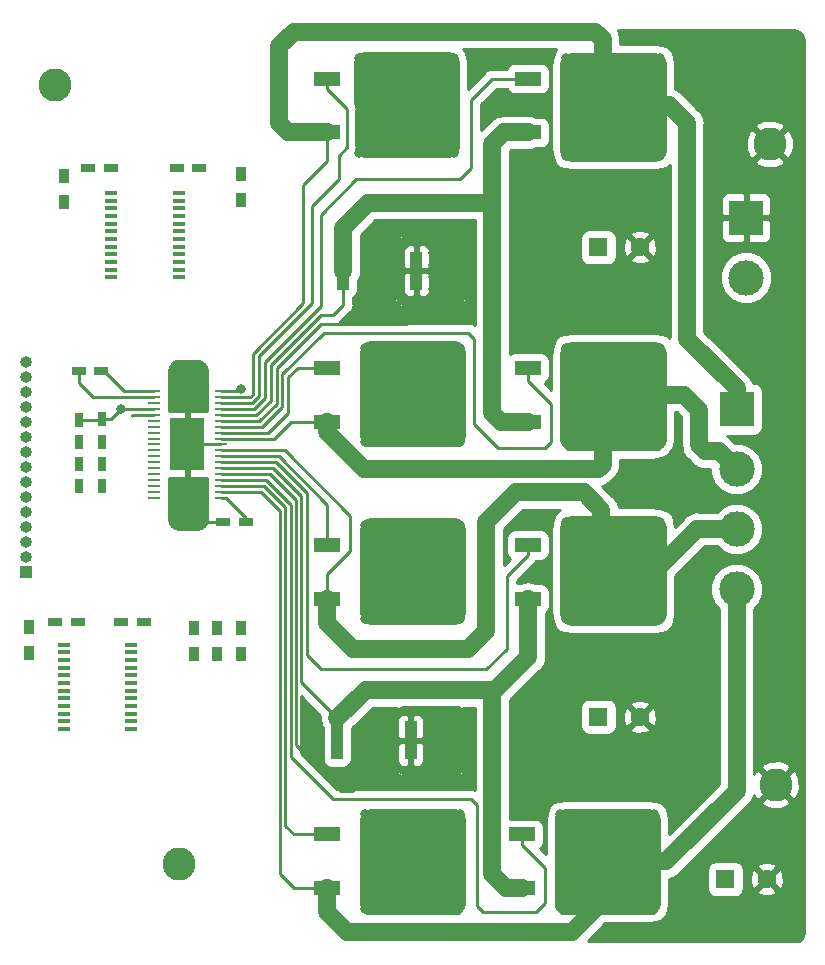
<source format=gbr>
G04 #@! TF.GenerationSoftware,KiCad,Pcbnew,5.0.2-bee76a0~70~ubuntu18.04.1*
G04 #@! TF.CreationDate,2019-02-27T20:57:34-05:00*
G04 #@! TF.ProjectId,Stepper Motor Prototype,53746570-7065-4722-904d-6f746f722050,rev?*
G04 #@! TF.SameCoordinates,Original*
G04 #@! TF.FileFunction,Copper,L1,Top*
G04 #@! TF.FilePolarity,Positive*
%FSLAX46Y46*%
G04 Gerber Fmt 4.6, Leading zero omitted, Abs format (unit mm)*
G04 Created by KiCad (PCBNEW 5.0.2-bee76a0~70~ubuntu18.04.1) date Wed 27 Feb 2019 08:57:34 PM EST*
%MOMM*%
%LPD*%
G01*
G04 APERTURE LIST*
G04 #@! TA.AperFunction,ComponentPad*
%ADD10C,3.000000*%
G04 #@! TD*
G04 #@! TA.AperFunction,ComponentPad*
%ADD11R,3.000000X3.000000*%
G04 #@! TD*
G04 #@! TA.AperFunction,SMDPad,CuDef*
%ADD12R,2.200000X1.200000*%
G04 #@! TD*
G04 #@! TA.AperFunction,SMDPad,CuDef*
%ADD13R,6.400000X5.800000*%
G04 #@! TD*
G04 #@! TA.AperFunction,SMDPad,CuDef*
%ADD14R,3.050000X2.750000*%
G04 #@! TD*
G04 #@! TA.AperFunction,SMDPad,CuDef*
%ADD15R,0.750000X1.200000*%
G04 #@! TD*
G04 #@! TA.AperFunction,SMDPad,CuDef*
%ADD16R,1.200000X0.750000*%
G04 #@! TD*
G04 #@! TA.AperFunction,SMDPad,CuDef*
%ADD17R,1.000000X3.200000*%
G04 #@! TD*
G04 #@! TA.AperFunction,ComponentPad*
%ADD18C,1.600000*%
G04 #@! TD*
G04 #@! TA.AperFunction,ComponentPad*
%ADD19R,1.600000X1.600000*%
G04 #@! TD*
G04 #@! TA.AperFunction,ComponentPad*
%ADD20C,2.800000*%
G04 #@! TD*
G04 #@! TA.AperFunction,SMDPad,CuDef*
%ADD21R,1.100000X0.285000*%
G04 #@! TD*
G04 #@! TA.AperFunction,SMDPad,CuDef*
%ADD22R,2.900000X4.480000*%
G04 #@! TD*
G04 #@! TA.AperFunction,ComponentPad*
%ADD23O,1.000000X1.000000*%
G04 #@! TD*
G04 #@! TA.AperFunction,ComponentPad*
%ADD24R,1.000000X1.000000*%
G04 #@! TD*
G04 #@! TA.AperFunction,SMDPad,CuDef*
%ADD25R,0.900000X1.200000*%
G04 #@! TD*
G04 #@! TA.AperFunction,SMDPad,CuDef*
%ADD26R,1.100000X0.400000*%
G04 #@! TD*
G04 #@! TA.AperFunction,ViaPad*
%ADD27C,0.800000*%
G04 #@! TD*
G04 #@! TA.AperFunction,Conductor*
%ADD28C,0.250000*%
G04 #@! TD*
G04 #@! TA.AperFunction,Conductor*
%ADD29C,1.500000*%
G04 #@! TD*
G04 #@! TA.AperFunction,Conductor*
%ADD30C,0.254000*%
G04 #@! TD*
G04 APERTURE END LIST*
D10*
G04 #@! TO.P,J2,2*
G04 #@! TO.N,+24V*
X174000000Y-72080000D03*
D11*
G04 #@! TO.P,J2,1*
G04 #@! TO.N,GND*
X174000000Y-67000000D03*
G04 #@! TD*
D10*
G04 #@! TO.P,J3,4*
G04 #@! TO.N,Net-(J3-Pad4)*
X173200000Y-98440000D03*
D11*
G04 #@! TO.P,J3,1*
G04 #@! TO.N,/AOUT1*
X173200000Y-83200000D03*
D10*
G04 #@! TO.P,J3,3*
G04 #@! TO.N,Net-(J3-Pad3)*
X173200000Y-93360000D03*
G04 #@! TO.P,J3,2*
G04 #@! TO.N,/AOUT2*
X173200000Y-88280000D03*
G04 #@! TD*
D12*
G04 #@! TO.P,Q4,1*
G04 #@! TO.N,/A2HS*
X138550000Y-79720000D03*
G04 #@! TO.P,Q4,3*
G04 #@! TO.N,/AOUT2*
X138550000Y-84280000D03*
D13*
G04 #@! TO.P,Q4,2*
G04 #@! TO.N,+24V*
X144850000Y-82000000D03*
D14*
X146525000Y-83525000D03*
X143175000Y-80475000D03*
X146525000Y-80475000D03*
X143175000Y-83525000D03*
G04 #@! TD*
G04 #@! TO.P,Q3,2*
G04 #@! TO.N,/AOUT2*
X160175000Y-83525000D03*
X163525000Y-80475000D03*
X160175000Y-80475000D03*
X163525000Y-83525000D03*
D13*
X161850000Y-82000000D03*
D12*
G04 #@! TO.P,Q3,3*
G04 #@! TO.N,/A1SENP*
X155550000Y-84280000D03*
G04 #@! TO.P,Q3,1*
G04 #@! TO.N,/A2LS*
X155550000Y-79720000D03*
G04 #@! TD*
G04 #@! TO.P,Q2,1*
G04 #@! TO.N,/A1LS*
X155550000Y-55220000D03*
G04 #@! TO.P,Q2,3*
G04 #@! TO.N,/A1SENP*
X155550000Y-59780000D03*
D13*
G04 #@! TO.P,Q2,2*
G04 #@! TO.N,/AOUT1*
X161850000Y-57500000D03*
D14*
X163525000Y-59025000D03*
X160175000Y-55975000D03*
X163525000Y-55975000D03*
X160175000Y-59025000D03*
G04 #@! TD*
G04 #@! TO.P,Q1,2*
G04 #@! TO.N,+24V*
X143175000Y-59025000D03*
X146525000Y-55975000D03*
X143175000Y-55975000D03*
X146525000Y-59025000D03*
D13*
X144850000Y-57500000D03*
D12*
G04 #@! TO.P,Q1,3*
G04 #@! TO.N,/AOUT1*
X138550000Y-59780000D03*
G04 #@! TO.P,Q1,1*
G04 #@! TO.N,/A1HS*
X138550000Y-55220000D03*
G04 #@! TD*
G04 #@! TO.P,Q5,1*
G04 #@! TO.N,Net-(Q5-Pad1)*
X138550000Y-94720000D03*
G04 #@! TO.P,Q5,3*
G04 #@! TO.N,Net-(J3-Pad3)*
X138550000Y-99280000D03*
D13*
G04 #@! TO.P,Q5,2*
G04 #@! TO.N,+24V*
X144850000Y-97000000D03*
D14*
X146525000Y-98525000D03*
X143175000Y-95475000D03*
X146525000Y-95475000D03*
X143175000Y-98525000D03*
G04 #@! TD*
G04 #@! TO.P,Q6,2*
G04 #@! TO.N,Net-(J3-Pad3)*
X160175000Y-98525000D03*
X163525000Y-95475000D03*
X160175000Y-95475000D03*
X163525000Y-98525000D03*
D13*
X161850000Y-97000000D03*
D12*
G04 #@! TO.P,Q6,3*
G04 #@! TO.N,Net-(Q6-Pad3)*
X155550000Y-99280000D03*
G04 #@! TO.P,Q6,1*
G04 #@! TO.N,Net-(Q6-Pad1)*
X155550000Y-94720000D03*
G04 #@! TD*
G04 #@! TO.P,Q7,1*
G04 #@! TO.N,Net-(Q7-Pad1)*
X155050000Y-119220000D03*
G04 #@! TO.P,Q7,3*
G04 #@! TO.N,Net-(Q6-Pad3)*
X155050000Y-123780000D03*
D13*
G04 #@! TO.P,Q7,2*
G04 #@! TO.N,Net-(J3-Pad4)*
X161350000Y-121500000D03*
D14*
X163025000Y-123025000D03*
X159675000Y-119975000D03*
X163025000Y-119975000D03*
X159675000Y-123025000D03*
G04 #@! TD*
G04 #@! TO.P,Q8,2*
G04 #@! TO.N,+24V*
X143175000Y-123025000D03*
X146525000Y-119975000D03*
X143175000Y-119975000D03*
X146525000Y-123025000D03*
D13*
X144850000Y-121500000D03*
D12*
G04 #@! TO.P,Q8,3*
G04 #@! TO.N,Net-(J3-Pad4)*
X138550000Y-123780000D03*
G04 #@! TO.P,Q8,1*
G04 #@! TO.N,Net-(Q8-Pad1)*
X138550000Y-119220000D03*
G04 #@! TD*
D15*
G04 #@! TO.P,C3,2*
G04 #@! TO.N,+24V*
X119500000Y-84050000D03*
G04 #@! TO.P,C3,1*
G04 #@! TO.N,Net-(C3-Pad1)*
X119500000Y-85950000D03*
G04 #@! TD*
G04 #@! TO.P,C4,1*
G04 #@! TO.N,Net-(C4-Pad1)*
X117500000Y-87850000D03*
G04 #@! TO.P,C4,2*
G04 #@! TO.N,GND*
X117500000Y-89750000D03*
G04 #@! TD*
G04 #@! TO.P,C5,2*
G04 #@! TO.N,GND*
X119500000Y-87850000D03*
G04 #@! TO.P,C5,1*
G04 #@! TO.N,Net-(C5-Pad1)*
X119500000Y-89750000D03*
G04 #@! TD*
D16*
G04 #@! TO.P,C6,1*
G04 #@! TO.N,Net-(C6-Pad1)*
X119400000Y-80000000D03*
G04 #@! TO.P,C6,2*
G04 #@! TO.N,Net-(C6-Pad2)*
X117500000Y-80000000D03*
G04 #@! TD*
D15*
G04 #@! TO.P,C2,2*
G04 #@! TO.N,GND*
X117500000Y-86000000D03*
G04 #@! TO.P,C2,1*
G04 #@! TO.N,+24V*
X117500000Y-84100000D03*
G04 #@! TD*
D17*
G04 #@! TO.P,R7,2*
G04 #@! TO.N,GND*
X146100000Y-71500000D03*
G04 #@! TO.P,R7,1*
G04 #@! TO.N,/A1SENP*
X139900000Y-71500000D03*
G04 #@! TD*
G04 #@! TO.P,R8,2*
G04 #@! TO.N,GND*
X145600000Y-111250000D03*
G04 #@! TO.P,R8,1*
G04 #@! TO.N,Net-(Q6-Pad3)*
X139400000Y-111250000D03*
G04 #@! TD*
D18*
G04 #@! TO.P,C1,2*
G04 #@! TO.N,GND*
X175750000Y-123000000D03*
D19*
G04 #@! TO.P,C1,1*
G04 #@! TO.N,+24V*
X172250000Y-123000000D03*
G04 #@! TD*
D20*
G04 #@! TO.P,TP1,1*
G04 #@! TO.N,GND*
X115500000Y-55750000D03*
G04 #@! TD*
G04 #@! TO.P,TP2,1*
G04 #@! TO.N,GND*
X176000000Y-60750000D03*
G04 #@! TD*
G04 #@! TO.P,TP3,1*
G04 #@! TO.N,GND*
X126000000Y-121750000D03*
G04 #@! TD*
G04 #@! TO.P,TP4,1*
G04 #@! TO.N,GND*
X176500000Y-115000000D03*
G04 #@! TD*
D21*
G04 #@! TO.P,U7,38*
G04 #@! TO.N,GND*
X129550000Y-81700000D03*
G04 #@! TO.P,U7,37*
G04 #@! TO.N,/AOUT1*
X129550000Y-82200000D03*
G04 #@! TO.P,U7,36*
G04 #@! TO.N,/A1HS*
X129550000Y-82700000D03*
G04 #@! TO.P,U7,35*
G04 #@! TO.N,/A1LS*
X129550000Y-83200000D03*
G04 #@! TO.P,U7,34*
G04 #@! TO.N,/A1SENP*
X129550000Y-83700000D03*
G04 #@! TO.P,U7,33*
G04 #@! TO.N,GND*
X129550000Y-84200000D03*
G04 #@! TO.P,U7,32*
G04 #@! TO.N,/A2LS*
X129550000Y-84700000D03*
G04 #@! TO.P,U7,31*
G04 #@! TO.N,/A2HS*
X129550000Y-85200000D03*
G04 #@! TO.P,U7,30*
G04 #@! TO.N,/AOUT2*
X129550000Y-85700000D03*
G04 #@! TO.P,U7,29*
G04 #@! TO.N,GND*
X129550000Y-86200000D03*
G04 #@! TO.P,U7,28*
G04 #@! TO.N,Net-(J3-Pad3)*
X129550000Y-86700000D03*
G04 #@! TO.P,U7,27*
G04 #@! TO.N,Net-(Q5-Pad1)*
X129550000Y-87200000D03*
G04 #@! TO.P,U7,26*
G04 #@! TO.N,Net-(Q6-Pad1)*
X129550000Y-87700000D03*
G04 #@! TO.P,U7,25*
G04 #@! TO.N,Net-(Q6-Pad3)*
X129550000Y-88200000D03*
G04 #@! TO.P,U7,24*
G04 #@! TO.N,GND*
X129550000Y-88700000D03*
G04 #@! TO.P,U7,23*
G04 #@! TO.N,Net-(Q7-Pad1)*
X129550000Y-89200000D03*
G04 #@! TO.P,U7,22*
G04 #@! TO.N,Net-(Q8-Pad1)*
X129550000Y-89700000D03*
G04 #@! TO.P,U7,21*
G04 #@! TO.N,Net-(J3-Pad4)*
X129550000Y-90200000D03*
G04 #@! TO.P,U7,20*
G04 #@! TO.N,Net-(C15-Pad1)*
X129550000Y-90700000D03*
G04 #@! TO.P,U7,19*
G04 #@! TO.N,Net-(R6-Pad2)*
X123850000Y-90700000D03*
G04 #@! TO.P,U7,18*
G04 #@! TO.N,Net-(R9-Pad2)*
X123850000Y-90200000D03*
G04 #@! TO.P,U7,17*
G04 #@! TO.N,Net-(U3-Pad18)*
X123850000Y-89700000D03*
G04 #@! TO.P,U7,16*
G04 #@! TO.N,Net-(U3-Pad19)*
X123850000Y-89200000D03*
G04 #@! TO.P,U7,15*
G04 #@! TO.N,Net-(U3-Pad20)*
X123850000Y-88700000D03*
G04 #@! TO.P,U7,14*
G04 #@! TO.N,Net-(U3-Pad21)*
X123850000Y-88200000D03*
G04 #@! TO.P,U7,13*
G04 #@! TO.N,Net-(U2-Pad16)*
X123850000Y-87700000D03*
G04 #@! TO.P,U7,12*
G04 #@! TO.N,Net-(U2-Pad17)*
X123850000Y-87200000D03*
G04 #@! TO.P,U7,11*
G04 #@! TO.N,Net-(U2-Pad18)*
X123850000Y-86700000D03*
G04 #@! TO.P,U7,10*
G04 #@! TO.N,Net-(U2-Pad19)*
X123850000Y-86200000D03*
G04 #@! TO.P,U7,9*
G04 #@! TO.N,Net-(U2-Pad20)*
X123850000Y-85700000D03*
G04 #@! TO.P,U7,8*
G04 #@! TO.N,Net-(U2-Pad21)*
X123850000Y-85200000D03*
G04 #@! TO.P,U7,7*
G04 #@! TO.N,Net-(C5-Pad1)*
X123850000Y-84700000D03*
G04 #@! TO.P,U7,6*
G04 #@! TO.N,Net-(C4-Pad1)*
X123850000Y-84200000D03*
G04 #@! TO.P,U7,5*
G04 #@! TO.N,GND*
X123850000Y-83700000D03*
G04 #@! TO.P,U7,4*
G04 #@! TO.N,+24V*
X123850000Y-83200000D03*
G04 #@! TO.P,U7,3*
G04 #@! TO.N,Net-(C3-Pad1)*
X123850000Y-82700000D03*
G04 #@! TO.P,U7,2*
G04 #@! TO.N,Net-(C6-Pad2)*
X123850000Y-82200000D03*
G04 #@! TO.P,U7,1*
G04 #@! TO.N,Net-(C6-Pad1)*
X123850000Y-81700000D03*
D22*
G04 #@! TO.P,U7,39*
G04 #@! TO.N,GND*
X126700000Y-86200000D03*
G04 #@! TD*
D23*
G04 #@! TO.P,J1,15*
G04 #@! TO.N,Net-(J1-Pad15)*
X113000000Y-79220000D03*
G04 #@! TO.P,J1,14*
G04 #@! TO.N,Net-(J1-Pad14)*
X113000000Y-80490000D03*
G04 #@! TO.P,J1,13*
G04 #@! TO.N,Net-(J1-Pad13)*
X113000000Y-81760000D03*
G04 #@! TO.P,J1,12*
G04 #@! TO.N,Net-(J1-Pad12)*
X113000000Y-83030000D03*
G04 #@! TO.P,J1,11*
G04 #@! TO.N,Net-(J1-Pad11)*
X113000000Y-84300000D03*
G04 #@! TO.P,J1,10*
G04 #@! TO.N,Net-(J1-Pad10)*
X113000000Y-85570000D03*
G04 #@! TO.P,J1,9*
G04 #@! TO.N,Net-(J1-Pad9)*
X113000000Y-86840000D03*
G04 #@! TO.P,J1,8*
G04 #@! TO.N,Net-(J1-Pad8)*
X113000000Y-88110000D03*
G04 #@! TO.P,J1,7*
G04 #@! TO.N,Net-(J1-Pad7)*
X113000000Y-89380000D03*
G04 #@! TO.P,J1,6*
G04 #@! TO.N,Net-(J1-Pad6)*
X113000000Y-90650000D03*
G04 #@! TO.P,J1,5*
G04 #@! TO.N,Net-(J1-Pad5)*
X113000000Y-91920000D03*
G04 #@! TO.P,J1,4*
G04 #@! TO.N,Net-(J1-Pad4)*
X113000000Y-93190000D03*
G04 #@! TO.P,J1,3*
G04 #@! TO.N,+3V3*
X113000000Y-94460000D03*
G04 #@! TO.P,J1,2*
G04 #@! TO.N,+1V8*
X113000000Y-95730000D03*
D24*
G04 #@! TO.P,J1,1*
G04 #@! TO.N,GND*
X113000000Y-97000000D03*
G04 #@! TD*
D16*
G04 #@! TO.P,C7,1*
G04 #@! TO.N,GND*
X120200000Y-62750000D03*
G04 #@! TO.P,C7,2*
G04 #@! TO.N,+3V3*
X118300000Y-62750000D03*
G04 #@! TD*
G04 #@! TO.P,C8,1*
G04 #@! TO.N,GND*
X117400000Y-101250000D03*
G04 #@! TO.P,C8,2*
G04 #@! TO.N,+3V3*
X115500000Y-101250000D03*
G04 #@! TD*
D19*
G04 #@! TO.P,C9,1*
G04 #@! TO.N,+24V*
X161500000Y-69500000D03*
D18*
G04 #@! TO.P,C9,2*
G04 #@! TO.N,GND*
X165000000Y-69500000D03*
G04 #@! TD*
D16*
G04 #@! TO.P,C10,2*
G04 #@! TO.N,+1V8*
X127700000Y-62750000D03*
G04 #@! TO.P,C10,1*
G04 #@! TO.N,GND*
X125800000Y-62750000D03*
G04 #@! TD*
G04 #@! TO.P,C11,2*
G04 #@! TO.N,+1V8*
X123000000Y-101250000D03*
G04 #@! TO.P,C11,1*
G04 #@! TO.N,GND*
X121100000Y-101250000D03*
G04 #@! TD*
D18*
G04 #@! TO.P,C12,2*
G04 #@! TO.N,GND*
X165000000Y-109250000D03*
D19*
G04 #@! TO.P,C12,1*
G04 #@! TO.N,+24V*
X161500000Y-109250000D03*
G04 #@! TD*
D16*
G04 #@! TO.P,C15,2*
G04 #@! TO.N,GND*
X129750000Y-92750000D03*
G04 #@! TO.P,C15,1*
G04 #@! TO.N,Net-(C15-Pad1)*
X131650000Y-92750000D03*
G04 #@! TD*
D25*
G04 #@! TO.P,R1,2*
G04 #@! TO.N,+3V3*
X116250000Y-63500000D03*
G04 #@! TO.P,R1,1*
G04 #@! TO.N,Net-(R1-Pad1)*
X116250000Y-65700000D03*
G04 #@! TD*
G04 #@! TO.P,R3,2*
G04 #@! TO.N,+3V3*
X113250000Y-101650000D03*
G04 #@! TO.P,R3,1*
G04 #@! TO.N,Net-(R3-Pad1)*
X113250000Y-103850000D03*
G04 #@! TD*
G04 #@! TO.P,R4,1*
G04 #@! TO.N,Net-(R4-Pad1)*
X131250000Y-65500000D03*
G04 #@! TO.P,R4,2*
G04 #@! TO.N,+3V3*
X131250000Y-63300000D03*
G04 #@! TD*
G04 #@! TO.P,R5,1*
G04 #@! TO.N,Net-(R5-Pad1)*
X127250000Y-103950000D03*
G04 #@! TO.P,R5,2*
G04 #@! TO.N,+3V3*
X127250000Y-101750000D03*
G04 #@! TD*
G04 #@! TO.P,R6,2*
G04 #@! TO.N,Net-(R6-Pad2)*
X131250000Y-103950000D03*
G04 #@! TO.P,R6,1*
G04 #@! TO.N,+1V8*
X131250000Y-101750000D03*
G04 #@! TD*
G04 #@! TO.P,R9,1*
G04 #@! TO.N,+1V8*
X129250000Y-101750000D03*
G04 #@! TO.P,R9,2*
G04 #@! TO.N,Net-(R9-Pad2)*
X129250000Y-103950000D03*
G04 #@! TD*
D26*
G04 #@! TO.P,U2,24*
G04 #@! TO.N,+1V8*
X125950000Y-64900000D03*
G04 #@! TO.P,U2,23*
X125950000Y-65550000D03*
G04 #@! TO.P,U2,22*
G04 #@! TO.N,Net-(R4-Pad1)*
X125950000Y-66200000D03*
G04 #@! TO.P,U2,21*
G04 #@! TO.N,Net-(U2-Pad21)*
X125950000Y-66850000D03*
G04 #@! TO.P,U2,20*
G04 #@! TO.N,Net-(U2-Pad20)*
X125950000Y-67500000D03*
G04 #@! TO.P,U2,19*
G04 #@! TO.N,Net-(U2-Pad19)*
X125950000Y-68150000D03*
G04 #@! TO.P,U2,18*
G04 #@! TO.N,Net-(U2-Pad18)*
X125950000Y-68800000D03*
G04 #@! TO.P,U2,17*
G04 #@! TO.N,Net-(U2-Pad17)*
X125950000Y-69450000D03*
G04 #@! TO.P,U2,16*
G04 #@! TO.N,Net-(U2-Pad16)*
X125950000Y-70100000D03*
G04 #@! TO.P,U2,15*
G04 #@! TO.N,N/C*
X125950000Y-70750000D03*
G04 #@! TO.P,U2,14*
X125950000Y-71400000D03*
G04 #@! TO.P,U2,13*
G04 #@! TO.N,GND*
X125950000Y-72050000D03*
G04 #@! TO.P,U2,12*
X120250000Y-72050000D03*
G04 #@! TO.P,U2,11*
X120250000Y-71400000D03*
G04 #@! TO.P,U2,10*
G04 #@! TO.N,N/C*
X120250000Y-70750000D03*
G04 #@! TO.P,U2,9*
X120250000Y-70100000D03*
G04 #@! TO.P,U2,8*
G04 #@! TO.N,Net-(J1-Pad11)*
X120250000Y-69450000D03*
G04 #@! TO.P,U2,7*
G04 #@! TO.N,Net-(J1-Pad12)*
X120250000Y-68800000D03*
G04 #@! TO.P,U2,6*
G04 #@! TO.N,Net-(J1-Pad13)*
X120250000Y-68150000D03*
G04 #@! TO.P,U2,5*
G04 #@! TO.N,Net-(J1-Pad14)*
X120250000Y-67500000D03*
G04 #@! TO.P,U2,4*
G04 #@! TO.N,Net-(J1-Pad15)*
X120250000Y-66850000D03*
G04 #@! TO.P,U2,3*
G04 #@! TO.N,N/C*
X120250000Y-66200000D03*
G04 #@! TO.P,U2,2*
G04 #@! TO.N,Net-(R1-Pad1)*
X120250000Y-65550000D03*
G04 #@! TO.P,U2,1*
G04 #@! TO.N,+3V3*
X120250000Y-64900000D03*
G04 #@! TD*
G04 #@! TO.P,U3,1*
G04 #@! TO.N,+3V3*
X116250000Y-103150000D03*
G04 #@! TO.P,U3,2*
G04 #@! TO.N,Net-(R3-Pad1)*
X116250000Y-103800000D03*
G04 #@! TO.P,U3,3*
G04 #@! TO.N,Net-(J1-Pad10)*
X116250000Y-104450000D03*
G04 #@! TO.P,U3,4*
G04 #@! TO.N,Net-(J1-Pad9)*
X116250000Y-105100000D03*
G04 #@! TO.P,U3,5*
G04 #@! TO.N,Net-(J1-Pad8)*
X116250000Y-105750000D03*
G04 #@! TO.P,U3,6*
G04 #@! TO.N,Net-(J1-Pad7)*
X116250000Y-106400000D03*
G04 #@! TO.P,U3,7*
G04 #@! TO.N,Net-(J1-Pad6)*
X116250000Y-107050000D03*
G04 #@! TO.P,U3,8*
G04 #@! TO.N,Net-(J1-Pad5)*
X116250000Y-107700000D03*
G04 #@! TO.P,U3,9*
G04 #@! TO.N,Net-(J1-Pad4)*
X116250000Y-108350000D03*
G04 #@! TO.P,U3,10*
G04 #@! TO.N,N/C*
X116250000Y-109000000D03*
G04 #@! TO.P,U3,11*
G04 #@! TO.N,GND*
X116250000Y-109650000D03*
G04 #@! TO.P,U3,12*
X116250000Y-110300000D03*
G04 #@! TO.P,U3,13*
X121950000Y-110300000D03*
G04 #@! TO.P,U3,14*
G04 #@! TO.N,N/C*
X121950000Y-109650000D03*
G04 #@! TO.P,U3,15*
G04 #@! TO.N,Net-(C15-Pad1)*
X121950000Y-109000000D03*
G04 #@! TO.P,U3,16*
G04 #@! TO.N,Net-(R6-Pad2)*
X121950000Y-108350000D03*
G04 #@! TO.P,U3,17*
G04 #@! TO.N,Net-(R9-Pad2)*
X121950000Y-107700000D03*
G04 #@! TO.P,U3,18*
G04 #@! TO.N,Net-(U3-Pad18)*
X121950000Y-107050000D03*
G04 #@! TO.P,U3,19*
G04 #@! TO.N,Net-(U3-Pad19)*
X121950000Y-106400000D03*
G04 #@! TO.P,U3,20*
G04 #@! TO.N,Net-(U3-Pad20)*
X121950000Y-105750000D03*
G04 #@! TO.P,U3,21*
G04 #@! TO.N,Net-(U3-Pad21)*
X121950000Y-105100000D03*
G04 #@! TO.P,U3,22*
G04 #@! TO.N,Net-(R5-Pad1)*
X121950000Y-104450000D03*
G04 #@! TO.P,U3,23*
G04 #@! TO.N,+1V8*
X121950000Y-103800000D03*
G04 #@! TO.P,U3,24*
X121950000Y-103150000D03*
G04 #@! TD*
D27*
G04 #@! TO.N,GND*
X125750000Y-92750000D03*
X126750000Y-92750000D03*
X125750000Y-91750000D03*
X126750000Y-91750000D03*
X127750000Y-91750000D03*
X127750000Y-92750000D03*
X127750000Y-90750000D03*
X126750000Y-90750000D03*
X125750000Y-90750000D03*
X125750000Y-89750000D03*
X126750000Y-89750000D03*
X127750000Y-89750000D03*
X125750000Y-79500000D03*
X127750000Y-82500000D03*
X127750000Y-81500000D03*
X126750000Y-82500000D03*
X125750000Y-81500000D03*
X125750000Y-80500000D03*
X126750000Y-81500000D03*
X127750000Y-80500000D03*
X127750000Y-79500000D03*
X125750000Y-82500000D03*
X126750000Y-80500000D03*
X126750000Y-79500000D03*
X131251654Y-81474990D03*
X147500000Y-69000000D03*
X148500000Y-69000000D03*
X149500000Y-69000000D03*
X149500000Y-70000000D03*
X148500000Y-70000000D03*
X147500000Y-70000000D03*
X147500000Y-71000000D03*
X148500000Y-70000000D03*
X148500000Y-70000000D03*
X148500000Y-71000000D03*
X149500000Y-71000000D03*
X149500000Y-72000000D03*
X148500000Y-72000000D03*
X147500000Y-72000000D03*
X147500000Y-73000000D03*
X148500000Y-73000000D03*
X149500000Y-73000000D03*
X148500000Y-74000000D03*
X147500000Y-74000000D03*
X149500000Y-74000000D03*
X147500000Y-110750000D03*
X148500000Y-113750000D03*
X149500000Y-113750000D03*
X149500000Y-108750000D03*
X147500000Y-112750000D03*
X149500000Y-111750000D03*
X147500000Y-113750000D03*
X148500000Y-111750000D03*
X148500000Y-108750000D03*
X147500000Y-108750000D03*
X148500000Y-109750000D03*
X147500000Y-111750000D03*
X149500000Y-110750000D03*
X148500000Y-110750000D03*
X147500000Y-109750000D03*
X148500000Y-112750000D03*
X148500000Y-109750000D03*
X149500000Y-112750000D03*
X148500000Y-109750000D03*
X149500000Y-109750000D03*
G04 #@! TO.N,+24V*
X141750000Y-117500000D03*
X141750000Y-117500000D03*
X141750000Y-117500000D03*
X142750000Y-117500000D03*
X143750000Y-117500000D03*
X144750000Y-117500000D03*
X145750000Y-117500000D03*
X146750000Y-117500000D03*
X147750000Y-117500000D03*
X148750000Y-117500000D03*
X149750000Y-118500000D03*
X149750000Y-119500000D03*
X149750000Y-120500000D03*
X149750000Y-121500000D03*
X149750000Y-122500000D03*
X149750000Y-123500000D03*
X149750000Y-124500000D03*
X149600000Y-125400000D03*
X148750000Y-125500000D03*
X147750000Y-125500000D03*
X146750000Y-125500000D03*
X145750000Y-125500000D03*
X144750000Y-125500000D03*
X143750000Y-125500000D03*
X142750000Y-125500000D03*
X141750000Y-125500000D03*
X149750000Y-117500000D03*
X149750000Y-97000000D03*
X149750000Y-99000000D03*
X147750000Y-93000000D03*
X141750000Y-93000000D03*
X149750000Y-95000000D03*
X149750000Y-94000000D03*
X141750000Y-93000000D03*
X149750000Y-101000000D03*
X146750000Y-93000000D03*
X142750000Y-93000000D03*
X146750000Y-101000000D03*
X147750000Y-101000000D03*
X149750000Y-100000000D03*
X148750000Y-93000000D03*
X144750000Y-101000000D03*
X149750000Y-96000000D03*
X141750000Y-93000000D03*
X143750000Y-101000000D03*
X142750000Y-101000000D03*
X149750000Y-98000000D03*
X145750000Y-101000000D03*
X148750000Y-101000000D03*
X145750000Y-93000000D03*
X144750000Y-93000000D03*
X141750000Y-101000000D03*
X143750000Y-93000000D03*
X149750000Y-93000000D03*
X148750000Y-86000000D03*
X144750000Y-78000000D03*
X141750000Y-86000000D03*
X141750000Y-78000000D03*
X147750000Y-86000000D03*
X149750000Y-82000000D03*
X149750000Y-79000000D03*
X149750000Y-80000000D03*
X143750000Y-86000000D03*
X148750000Y-78000000D03*
X144750000Y-86000000D03*
X145750000Y-86000000D03*
X149750000Y-78000000D03*
X149750000Y-86000000D03*
X141750000Y-78000000D03*
X146750000Y-86000000D03*
X149750000Y-85000000D03*
X141750000Y-78000000D03*
X149750000Y-81000000D03*
X149750000Y-83000000D03*
X149750000Y-84000000D03*
X143750000Y-78000000D03*
X147750000Y-78000000D03*
X146750000Y-78000000D03*
X142750000Y-86000000D03*
X142750000Y-78000000D03*
X145750000Y-78000000D03*
X149250000Y-53500000D03*
X149250000Y-55500000D03*
X147250000Y-61500000D03*
X143250000Y-61500000D03*
X146250000Y-61500000D03*
X148250000Y-53500000D03*
X144250000Y-61500000D03*
X149250000Y-58500000D03*
X142250000Y-53500000D03*
X149250000Y-54500000D03*
X144250000Y-53500000D03*
X149250000Y-61500000D03*
X149250000Y-60500000D03*
X145250000Y-61500000D03*
X149250000Y-59500000D03*
X147250000Y-53500000D03*
X141250000Y-53500000D03*
X141250000Y-53500000D03*
X149250000Y-57500000D03*
X145250000Y-53500000D03*
X148250000Y-61500000D03*
X142250000Y-61500000D03*
X141250000Y-53500000D03*
X141250000Y-61500000D03*
X149250000Y-56500000D03*
X146250000Y-53500000D03*
X143250000Y-53500000D03*
X121050000Y-83200000D03*
G04 #@! TO.N,Net-(J3-Pad4)*
X158250000Y-117500000D03*
X159250000Y-117500000D03*
X160250000Y-117500000D03*
X161250000Y-117500000D03*
X162250000Y-117500000D03*
X163250000Y-117500000D03*
X164250000Y-117500000D03*
X165250000Y-117500000D03*
X166250000Y-117500000D03*
X166250000Y-118500000D03*
X165250000Y-118500000D03*
X165250000Y-119500000D03*
X166250000Y-119500000D03*
X166250000Y-123500000D03*
X165250000Y-123500000D03*
X165250000Y-124500000D03*
X166250000Y-124500000D03*
X166250000Y-125500000D03*
X165250000Y-125500000D03*
X164250000Y-125500000D03*
X163250000Y-125500000D03*
X159500000Y-125500000D03*
X158500000Y-125500000D03*
G04 #@! TO.N,Net-(J3-Pad3)*
X158750000Y-92750000D03*
X159750000Y-92750000D03*
X166750000Y-92750000D03*
X165750000Y-92750000D03*
X165750000Y-93750000D03*
X166750000Y-93750000D03*
X165750000Y-94750000D03*
X165750000Y-95750000D03*
X164750000Y-92750000D03*
X163750000Y-92750000D03*
X166750000Y-101000000D03*
X165750000Y-101000000D03*
X164750000Y-101000000D03*
X163750000Y-101000000D03*
X162750000Y-101000000D03*
X161750000Y-101000000D03*
X160750000Y-101000000D03*
X159750000Y-101000000D03*
X158750000Y-101000000D03*
X165750000Y-100000000D03*
X166750000Y-100000000D03*
X166750000Y-99000000D03*
X165750000Y-99000000D03*
G04 #@! TO.N,/AOUT1*
X158750000Y-53500000D03*
X159750000Y-53500000D03*
X160750000Y-53500000D03*
X161750000Y-53500000D03*
X162750000Y-53500000D03*
X163750000Y-53500000D03*
X164750000Y-53500000D03*
X165750000Y-53500000D03*
X166750000Y-53500000D03*
X166750000Y-54500000D03*
X165750000Y-54500000D03*
X165750000Y-55500000D03*
X166750000Y-55500000D03*
X166750000Y-61750000D03*
X165750000Y-61750000D03*
X165750000Y-61750000D03*
X165750000Y-61750000D03*
X165750000Y-60750000D03*
X166750000Y-60750000D03*
X166750000Y-59750000D03*
X165750000Y-59750000D03*
X165750000Y-58750000D03*
X166750000Y-58750000D03*
X164750000Y-61750000D03*
X163750000Y-61750000D03*
X162750000Y-61750000D03*
X161750000Y-61750000D03*
X160750000Y-61750000D03*
X159750000Y-61750000D03*
X158750000Y-61750000D03*
G04 #@! TO.N,/AOUT2*
X158750000Y-78000000D03*
X159750000Y-78000000D03*
X160750000Y-78000000D03*
X161750000Y-78000000D03*
X162750000Y-78000000D03*
X163750000Y-78000000D03*
X164750000Y-78000000D03*
X165750000Y-78000000D03*
X166750000Y-78000000D03*
X166750000Y-79000000D03*
X165750000Y-79000000D03*
X165750000Y-80000000D03*
X166750000Y-80000000D03*
X166750000Y-81000000D03*
X165750000Y-81000000D03*
X165750000Y-82000000D03*
X166750000Y-82000000D03*
X166750000Y-83000000D03*
X165750000Y-83000000D03*
X165750000Y-84000000D03*
X166750000Y-84000000D03*
X166750000Y-85000000D03*
X165750000Y-85000000D03*
X165750000Y-86000000D03*
X166750000Y-86000000D03*
X164750000Y-86000000D03*
X163750000Y-86000000D03*
X160500000Y-86000000D03*
X159500000Y-86000000D03*
G04 #@! TD*
D28*
G04 #@! TO.N,GND*
X123850000Y-83700000D02*
X122050000Y-83700000D01*
X122050000Y-83700000D02*
X122000000Y-83750000D01*
X131026644Y-81700000D02*
X131251654Y-81474990D01*
X129550000Y-81700000D02*
X131026644Y-81700000D01*
X129550000Y-86200000D02*
X126700000Y-86200000D01*
X129750000Y-92750000D02*
X127750000Y-92750000D01*
X134250000Y-79750000D02*
X138000000Y-76000000D01*
X138000000Y-76000000D02*
X145250000Y-76000000D01*
X146100000Y-75150000D02*
X146100000Y-71500000D01*
X145250000Y-76000000D02*
X146100000Y-75150000D01*
X129550000Y-84200000D02*
X132800000Y-84200000D01*
X134250000Y-82750000D02*
X134250000Y-79750000D01*
X132800000Y-84200000D02*
X134250000Y-82750000D01*
X140600000Y-115500000D02*
X144850000Y-111250000D01*
X133700000Y-88700000D02*
X135900022Y-90900022D01*
X144850000Y-111250000D02*
X145600000Y-111250000D01*
X135900022Y-111650022D02*
X139750000Y-115500000D01*
X129550000Y-88700000D02*
X133700000Y-88700000D01*
X135900022Y-90900022D02*
X135900022Y-111650022D01*
X139750000Y-115500000D02*
X140600000Y-115500000D01*
G04 #@! TO.N,+24V*
X123850000Y-83200000D02*
X121050000Y-83200000D01*
X120200000Y-84050000D02*
X119500000Y-84050000D01*
X121050000Y-83200000D02*
X120200000Y-84050000D01*
X119450000Y-84100000D02*
X119500000Y-84050000D01*
X117500000Y-84100000D02*
X119450000Y-84100000D01*
G04 #@! TO.N,Net-(C6-Pad1)*
X119625000Y-80000000D02*
X119400000Y-80000000D01*
X121325000Y-81700000D02*
X119625000Y-80000000D01*
X123850000Y-81700000D02*
X121325000Y-81700000D01*
G04 #@! TO.N,Net-(C6-Pad2)*
X118700000Y-82200000D02*
X123850000Y-82200000D01*
X117500000Y-80000000D02*
X117500000Y-81000000D01*
X117500000Y-81000000D02*
X118700000Y-82200000D01*
D29*
G04 #@! TO.N,Net-(J3-Pad4)*
X138550000Y-124630000D02*
X138500000Y-124680000D01*
X138550000Y-123780000D02*
X138550000Y-124630000D01*
X138500000Y-124680000D02*
X138500000Y-125750000D01*
X138500000Y-125750000D02*
X140250000Y-127500000D01*
X140250000Y-127500000D02*
X158000000Y-127500000D01*
X173200000Y-115550000D02*
X173200000Y-98440000D01*
X167250000Y-121500000D02*
X173200000Y-115550000D01*
X159250000Y-127500000D02*
X158000000Y-127500000D01*
X167250000Y-121500000D02*
X161350000Y-121500000D01*
X161350000Y-125400000D02*
X161350000Y-121500000D01*
X159250000Y-127500000D02*
X161350000Y-125400000D01*
D28*
X137200000Y-123780000D02*
X137170000Y-123750000D01*
X138550000Y-123780000D02*
X137200000Y-123780000D01*
X129550000Y-90200000D02*
X132950000Y-90200000D01*
X134549991Y-91799991D02*
X134549991Y-122549991D01*
X132950000Y-90200000D02*
X134549991Y-91799991D01*
X134549991Y-122549991D02*
X135750000Y-123750000D01*
X137170000Y-123750000D02*
X135750000Y-123750000D01*
D29*
G04 #@! TO.N,Net-(J3-Pad3)*
X173200000Y-93360000D02*
X169890000Y-93360000D01*
X166250000Y-97000000D02*
X159850000Y-97000000D01*
X169890000Y-93360000D02*
X166250000Y-97000000D01*
X138550000Y-101300000D02*
X138550000Y-99280000D01*
X140750000Y-103500000D02*
X138550000Y-101300000D01*
X152000000Y-92750000D02*
X152000000Y-102000000D01*
X161850000Y-93850000D02*
X161750000Y-93750000D01*
X161750000Y-91750000D02*
X160250000Y-90250000D01*
X161850000Y-97000000D02*
X161850000Y-93850000D01*
X161750000Y-93750000D02*
X161750000Y-91750000D01*
X150500000Y-103500000D02*
X140750000Y-103500000D01*
X152000000Y-102000000D02*
X150500000Y-103500000D01*
X160250000Y-90250000D02*
X154500000Y-90250000D01*
X154500000Y-90250000D02*
X152000000Y-92750000D01*
D28*
X140500000Y-95250000D02*
X138550000Y-97200000D01*
X129550000Y-86700000D02*
X134950000Y-86700000D01*
X138550000Y-97200000D02*
X138550000Y-99280000D01*
X140500000Y-92250000D02*
X140500000Y-95250000D01*
X134950000Y-86700000D02*
X140500000Y-92250000D01*
G04 #@! TO.N,Net-(Q5-Pad1)*
X129550000Y-87200000D02*
X134450000Y-87200000D01*
X138550000Y-91300000D02*
X138550000Y-94720000D01*
X134450000Y-87200000D02*
X138550000Y-91300000D01*
G04 #@! TO.N,Net-(Q6-Pad1)*
X129550000Y-87700000D02*
X134200000Y-87700000D01*
X136800044Y-90300044D02*
X136800044Y-104050044D01*
X153750000Y-97370000D02*
X155550000Y-95570000D01*
X138000000Y-105250000D02*
X152000000Y-105250000D01*
X153750000Y-103500000D02*
X153750000Y-97370000D01*
X152000000Y-105250000D02*
X153750000Y-103500000D01*
X155550000Y-95570000D02*
X155550000Y-94720000D01*
X134200000Y-87700000D02*
X136800044Y-90300044D01*
X136800044Y-104050044D02*
X138000000Y-105250000D01*
G04 #@! TO.N,Net-(Q7-Pad1)*
X133336411Y-89200000D02*
X135450011Y-91313600D01*
X156250000Y-125750000D02*
X157000000Y-125000000D01*
X139000000Y-116250000D02*
X150750000Y-116250000D01*
X135450011Y-91313600D02*
X135450011Y-112700011D01*
X155050000Y-120070000D02*
X155050000Y-119220000D01*
X151250000Y-116750000D02*
X151250000Y-125250000D01*
X151250000Y-125250000D02*
X151750000Y-125750000D01*
X157000000Y-125000000D02*
X157000000Y-122020000D01*
X157000000Y-122020000D02*
X155050000Y-120070000D01*
X150750000Y-116250000D02*
X151250000Y-116750000D01*
X129550000Y-89200000D02*
X133336411Y-89200000D01*
X135450011Y-112700011D02*
X139000000Y-116250000D01*
X151750000Y-125750000D02*
X156250000Y-125750000D01*
G04 #@! TO.N,Net-(Q8-Pad1)*
X129550000Y-89700000D02*
X133200000Y-89700000D01*
X133200000Y-89700000D02*
X135000000Y-91500000D01*
X135000000Y-91500000D02*
X135000000Y-118500000D01*
X135720000Y-119220000D02*
X137250000Y-119220000D01*
X135000000Y-118500000D02*
X135720000Y-119220000D01*
X138550000Y-119220000D02*
X137250000Y-119220000D01*
X137250000Y-119220000D02*
X137200000Y-119220000D01*
G04 #@! TO.N,Net-(C15-Pad1)*
X131650000Y-92392500D02*
X131650000Y-92750000D01*
X129957500Y-90700000D02*
X131650000Y-92392500D01*
X129550000Y-90700000D02*
X129957500Y-90700000D01*
D29*
G04 #@! TO.N,/AOUT1*
X173200000Y-81450000D02*
X169000000Y-77250000D01*
X173200000Y-83200000D02*
X173200000Y-81450000D01*
X169000000Y-77250000D02*
X169000000Y-59000000D01*
X167500000Y-57500000D02*
X161850000Y-57500000D01*
X169000000Y-59000000D02*
X167500000Y-57500000D01*
X137200000Y-59780000D02*
X137170000Y-59750000D01*
X138550000Y-59780000D02*
X137200000Y-59780000D01*
X137170000Y-59750000D02*
X135250000Y-59750000D01*
X135250000Y-59750000D02*
X134500000Y-59000000D01*
X134500000Y-59000000D02*
X134500000Y-52500000D01*
X134500000Y-52500000D02*
X135750000Y-51250000D01*
X135750000Y-51250000D02*
X161250000Y-51250000D01*
X161850000Y-51850000D02*
X161850000Y-57500000D01*
X161250000Y-51250000D02*
X161850000Y-51850000D01*
D28*
X132250000Y-78500000D02*
X136500000Y-74250000D01*
X129550000Y-82200000D02*
X132027180Y-82200000D01*
X136500000Y-64250000D02*
X138550000Y-62200000D01*
X138550000Y-60630000D02*
X138550000Y-59780000D01*
X132250000Y-81977180D02*
X132250000Y-78500000D01*
X136500000Y-74250000D02*
X136500000Y-64250000D01*
X132027180Y-82200000D02*
X132250000Y-81977180D01*
X138550000Y-62200000D02*
X138550000Y-60630000D01*
D29*
G04 #@! TO.N,/AOUT2*
X161850000Y-82000000D02*
X161850000Y-86850000D01*
X138550000Y-85130000D02*
X141670000Y-88250000D01*
X138550000Y-84280000D02*
X138550000Y-85130000D01*
X141670000Y-88250000D02*
X161500000Y-88250000D01*
X161850000Y-87900000D02*
X161850000Y-86850000D01*
X161500000Y-88250000D02*
X161850000Y-87900000D01*
X171700001Y-86780001D02*
X170530001Y-86780001D01*
X173200000Y-88280000D02*
X171700001Y-86780001D01*
X170530001Y-86780001D02*
X170000000Y-86250000D01*
X170000000Y-86250000D02*
X170000000Y-83250000D01*
X168750000Y-82000000D02*
X161850000Y-82000000D01*
X170000000Y-83250000D02*
X168750000Y-82000000D01*
D28*
X129550000Y-85700000D02*
X134050000Y-85700000D01*
X135470000Y-84280000D02*
X138550000Y-84280000D01*
X134050000Y-85700000D02*
X135470000Y-84280000D01*
G04 #@! TO.N,/A1HS*
X138550000Y-56070000D02*
X140250000Y-57770000D01*
X138550000Y-55220000D02*
X138550000Y-56070000D01*
X140250000Y-57770000D02*
X140250000Y-61000000D01*
X140250000Y-61000000D02*
X139500000Y-61750000D01*
X132750000Y-78750000D02*
X137250000Y-74250000D01*
X137250000Y-74250000D02*
X137250000Y-66000000D01*
X139500000Y-63750000D02*
X139500000Y-61750000D01*
X137250000Y-66000000D02*
X139500000Y-63750000D01*
X132750000Y-81250000D02*
X132750000Y-81000000D01*
X132750000Y-81000000D02*
X132750000Y-78750000D01*
X132750000Y-82113590D02*
X132750000Y-81000000D01*
X132163590Y-82700000D02*
X132750000Y-82113590D01*
X129550000Y-82700000D02*
X132163590Y-82700000D01*
G04 #@! TO.N,/A1LS*
X152530000Y-55220000D02*
X155550000Y-55220000D01*
X150750000Y-57000000D02*
X152530000Y-55220000D01*
X150750000Y-62750000D02*
X150750000Y-57000000D01*
X149750000Y-63750000D02*
X150750000Y-62750000D01*
X132300000Y-83200000D02*
X133250000Y-82250000D01*
X138000000Y-74500000D02*
X138000000Y-66750000D01*
X141000000Y-63750000D02*
X149750000Y-63750000D01*
X129550000Y-83200000D02*
X132300000Y-83200000D01*
X133250000Y-82250000D02*
X133250000Y-79250000D01*
X138000000Y-66750000D02*
X141000000Y-63750000D01*
X133250000Y-79250000D02*
X138000000Y-74500000D01*
D29*
G04 #@! TO.N,/A1SENP*
X155550000Y-84280000D02*
X153280000Y-84280000D01*
X153280000Y-84280000D02*
X152500000Y-83500000D01*
X153470000Y-59780000D02*
X155550000Y-59780000D01*
X152500000Y-60750000D02*
X153470000Y-59780000D01*
X152500000Y-83500000D02*
X152500000Y-74500000D01*
X139900000Y-71500000D02*
X139900000Y-67850000D01*
X142000000Y-65750000D02*
X152500000Y-65750000D01*
X139900000Y-67850000D02*
X142000000Y-65750000D01*
X152500000Y-74500000D02*
X152500000Y-65750000D01*
X152500000Y-65750000D02*
X152500000Y-60750000D01*
D28*
X132550000Y-83700000D02*
X133750000Y-82500000D01*
X129550000Y-83700000D02*
X132550000Y-83700000D01*
X133750000Y-82500000D02*
X133750000Y-79500000D01*
X133750000Y-79500000D02*
X138000000Y-75250000D01*
X139900000Y-74350000D02*
X139900000Y-71500000D01*
X139000000Y-75250000D02*
X139900000Y-74350000D01*
X138000000Y-75250000D02*
X139000000Y-75250000D01*
G04 #@! TO.N,/A2LS*
X157500000Y-82750000D02*
X155550000Y-80800000D01*
X157500000Y-86000000D02*
X157500000Y-82750000D01*
X157000000Y-86500000D02*
X157500000Y-86000000D01*
X153000000Y-86500000D02*
X157000000Y-86500000D01*
X151000000Y-84500000D02*
X153000000Y-86500000D01*
X155550000Y-80800000D02*
X155550000Y-79720000D01*
X151000000Y-77250000D02*
X151000000Y-84500000D01*
X150500000Y-76750000D02*
X151000000Y-77250000D01*
X134750000Y-80250000D02*
X138250000Y-76750000D01*
X138250000Y-76750000D02*
X150500000Y-76750000D01*
X129550000Y-84700000D02*
X133050000Y-84700000D01*
X134750000Y-83000000D02*
X134750000Y-80250000D01*
X133050000Y-84700000D02*
X134750000Y-83000000D01*
G04 #@! TO.N,/A2HS*
X136030000Y-79720000D02*
X138550000Y-79720000D01*
X135250000Y-80500000D02*
X136030000Y-79720000D01*
X129550000Y-85200000D02*
X133550000Y-85200000D01*
X135250000Y-83500000D02*
X135250000Y-80500000D01*
X133550000Y-85200000D02*
X135250000Y-83500000D01*
D29*
G04 #@! TO.N,Net-(Q6-Pad3)*
X153700000Y-123780000D02*
X152500000Y-122580000D01*
X155050000Y-123780000D02*
X153700000Y-123780000D01*
X152500000Y-122580000D02*
X152500000Y-109500000D01*
X139400000Y-109400000D02*
X141800000Y-107000000D01*
X141800000Y-107000000D02*
X152500000Y-107000000D01*
X152500000Y-109500000D02*
X152500000Y-107000000D01*
X152500000Y-107000000D02*
X152750000Y-107000000D01*
X155550000Y-104200000D02*
X155550000Y-99280000D01*
X152750000Y-107000000D02*
X155550000Y-104200000D01*
D28*
X133950000Y-88200000D02*
X136350033Y-90600033D01*
X139400000Y-109400000D02*
X139400000Y-111250000D01*
X136350033Y-106350033D02*
X139400000Y-109400000D01*
X136350033Y-90600033D02*
X136350033Y-106350033D01*
X129550000Y-88200000D02*
X133950000Y-88200000D01*
G04 #@! TD*
D30*
G04 #@! TO.N,GND*
G36*
X127833130Y-79195752D02*
X128115545Y-79384455D01*
X128304248Y-79666870D01*
X128373000Y-80012509D01*
X128373000Y-81411876D01*
X128365000Y-81431190D01*
X128365000Y-81470000D01*
X128373000Y-81478000D01*
X128373000Y-81922000D01*
X128365000Y-81930000D01*
X128365000Y-81968810D01*
X128368514Y-81977293D01*
X128352560Y-82057500D01*
X128352560Y-82342500D01*
X128373000Y-82445259D01*
X128373000Y-82454741D01*
X128352560Y-82557500D01*
X128352560Y-82842500D01*
X128373000Y-82945259D01*
X128373000Y-82954741D01*
X128352560Y-83057500D01*
X128352560Y-83342500D01*
X128355613Y-83357849D01*
X128276309Y-83325000D01*
X126985750Y-83325000D01*
X126827000Y-83483750D01*
X126827000Y-86073000D01*
X126847000Y-86073000D01*
X126847000Y-86327000D01*
X126827000Y-86327000D01*
X126827000Y-88916250D01*
X126985750Y-89075000D01*
X128276309Y-89075000D01*
X128355613Y-89042151D01*
X128352560Y-89057500D01*
X128352560Y-89342500D01*
X128373000Y-89445259D01*
X128373000Y-89454741D01*
X128352560Y-89557500D01*
X128352560Y-89842500D01*
X128373000Y-89945259D01*
X128373000Y-89954741D01*
X128352560Y-90057500D01*
X128352560Y-90342500D01*
X128373000Y-90445259D01*
X128373000Y-90454741D01*
X128352560Y-90557500D01*
X128352560Y-90842500D01*
X128373000Y-90945260D01*
X128373000Y-92487491D01*
X128304248Y-92833130D01*
X128115545Y-93115545D01*
X127833130Y-93304248D01*
X127487491Y-93373000D01*
X126012509Y-93373000D01*
X125666870Y-93304248D01*
X125384455Y-93115545D01*
X125195752Y-92833130D01*
X125127000Y-92487491D01*
X125127000Y-89075000D01*
X126414250Y-89075000D01*
X126573000Y-88916250D01*
X126573000Y-86327000D01*
X126553000Y-86327000D01*
X126553000Y-86073000D01*
X126573000Y-86073000D01*
X126573000Y-83483750D01*
X126414250Y-83325000D01*
X125127000Y-83325000D01*
X125127000Y-80012509D01*
X125195752Y-79666870D01*
X125384455Y-79384455D01*
X125666870Y-79195752D01*
X126012509Y-79127000D01*
X127487491Y-79127000D01*
X127833130Y-79195752D01*
X127833130Y-79195752D01*
G37*
X127833130Y-79195752D02*
X128115545Y-79384455D01*
X128304248Y-79666870D01*
X128373000Y-80012509D01*
X128373000Y-81411876D01*
X128365000Y-81431190D01*
X128365000Y-81470000D01*
X128373000Y-81478000D01*
X128373000Y-81922000D01*
X128365000Y-81930000D01*
X128365000Y-81968810D01*
X128368514Y-81977293D01*
X128352560Y-82057500D01*
X128352560Y-82342500D01*
X128373000Y-82445259D01*
X128373000Y-82454741D01*
X128352560Y-82557500D01*
X128352560Y-82842500D01*
X128373000Y-82945259D01*
X128373000Y-82954741D01*
X128352560Y-83057500D01*
X128352560Y-83342500D01*
X128355613Y-83357849D01*
X128276309Y-83325000D01*
X126985750Y-83325000D01*
X126827000Y-83483750D01*
X126827000Y-86073000D01*
X126847000Y-86073000D01*
X126847000Y-86327000D01*
X126827000Y-86327000D01*
X126827000Y-88916250D01*
X126985750Y-89075000D01*
X128276309Y-89075000D01*
X128355613Y-89042151D01*
X128352560Y-89057500D01*
X128352560Y-89342500D01*
X128373000Y-89445259D01*
X128373000Y-89454741D01*
X128352560Y-89557500D01*
X128352560Y-89842500D01*
X128373000Y-89945259D01*
X128373000Y-89954741D01*
X128352560Y-90057500D01*
X128352560Y-90342500D01*
X128373000Y-90445259D01*
X128373000Y-90454741D01*
X128352560Y-90557500D01*
X128352560Y-90842500D01*
X128373000Y-90945260D01*
X128373000Y-92487491D01*
X128304248Y-92833130D01*
X128115545Y-93115545D01*
X127833130Y-93304248D01*
X127487491Y-93373000D01*
X126012509Y-93373000D01*
X125666870Y-93304248D01*
X125384455Y-93115545D01*
X125195752Y-92833130D01*
X125127000Y-92487491D01*
X125127000Y-89075000D01*
X126414250Y-89075000D01*
X126573000Y-88916250D01*
X126573000Y-86327000D01*
X126553000Y-86327000D01*
X126553000Y-86073000D01*
X126573000Y-86073000D01*
X126573000Y-83483750D01*
X126414250Y-83325000D01*
X125127000Y-83325000D01*
X125127000Y-80012509D01*
X125195752Y-79666870D01*
X125384455Y-79384455D01*
X125666870Y-79195752D01*
X126012509Y-79127000D01*
X127487491Y-79127000D01*
X127833130Y-79195752D01*
G36*
X178333130Y-51195752D02*
X178615545Y-51384455D01*
X178804248Y-51666870D01*
X178873000Y-52012509D01*
X178873000Y-127487491D01*
X178804248Y-127833130D01*
X178615545Y-128115545D01*
X178492142Y-128198000D01*
X160640793Y-128198000D01*
X162087661Y-126751132D01*
X165750000Y-126751132D01*
X165891830Y-126737163D01*
X166274513Y-126661043D01*
X166356700Y-126627000D01*
X166474174Y-126627000D01*
X166888394Y-126455424D01*
X167205424Y-126138394D01*
X167377000Y-125724174D01*
X167377000Y-125572572D01*
X167386911Y-125548645D01*
X167463031Y-125165962D01*
X167477000Y-125024132D01*
X167477000Y-122960783D01*
X167826297Y-122891303D01*
X168314858Y-122564858D01*
X168397263Y-122441530D01*
X168638793Y-122200000D01*
X170708758Y-122200000D01*
X170708758Y-123800000D01*
X170765182Y-124083661D01*
X170925863Y-124324137D01*
X171166339Y-124484818D01*
X171450000Y-124541242D01*
X173050000Y-124541242D01*
X173333661Y-124484818D01*
X173574137Y-124324137D01*
X173734818Y-124083661D01*
X173749918Y-124007745D01*
X174921861Y-124007745D01*
X174995995Y-124253864D01*
X175533223Y-124446965D01*
X176103454Y-124419778D01*
X176504005Y-124253864D01*
X176578139Y-124007745D01*
X175750000Y-123179605D01*
X174921861Y-124007745D01*
X173749918Y-124007745D01*
X173791242Y-123800000D01*
X173791242Y-122783223D01*
X174303035Y-122783223D01*
X174330222Y-123353454D01*
X174496136Y-123754005D01*
X174742255Y-123828139D01*
X175570395Y-123000000D01*
X175929605Y-123000000D01*
X176757745Y-123828139D01*
X177003864Y-123754005D01*
X177196965Y-123216777D01*
X177169778Y-122646546D01*
X177003864Y-122245995D01*
X176757745Y-122171861D01*
X175929605Y-123000000D01*
X175570395Y-123000000D01*
X174742255Y-122171861D01*
X174496136Y-122245995D01*
X174303035Y-122783223D01*
X173791242Y-122783223D01*
X173791242Y-122200000D01*
X173749919Y-121992255D01*
X174921861Y-121992255D01*
X175750000Y-122820395D01*
X176578139Y-121992255D01*
X176504005Y-121746136D01*
X175966777Y-121553035D01*
X175396546Y-121580222D01*
X174995995Y-121746136D01*
X174921861Y-121992255D01*
X173749919Y-121992255D01*
X173734818Y-121916339D01*
X173574137Y-121675863D01*
X173333661Y-121515182D01*
X173050000Y-121458758D01*
X171450000Y-121458758D01*
X171166339Y-121515182D01*
X170925863Y-121675863D01*
X170765182Y-121916339D01*
X170708758Y-122200000D01*
X168638793Y-122200000D01*
X174141531Y-116697262D01*
X174264858Y-116614858D01*
X174380542Y-116441724D01*
X175237882Y-116441724D01*
X175385455Y-116750106D01*
X176140031Y-117043405D01*
X176949409Y-117025614D01*
X177614545Y-116750106D01*
X177762118Y-116441724D01*
X176500000Y-115179605D01*
X175237882Y-116441724D01*
X174380542Y-116441724D01*
X174591303Y-116126297D01*
X174644333Y-115859698D01*
X174749894Y-116114545D01*
X175058276Y-116262118D01*
X176320395Y-115000000D01*
X176679605Y-115000000D01*
X177941724Y-116262118D01*
X178250106Y-116114545D01*
X178543405Y-115359969D01*
X178525614Y-114550591D01*
X178250106Y-113885455D01*
X177941724Y-113737882D01*
X176679605Y-115000000D01*
X176320395Y-115000000D01*
X175058276Y-113737882D01*
X174749894Y-113885455D01*
X174677000Y-114072991D01*
X174677000Y-113558276D01*
X175237882Y-113558276D01*
X176500000Y-114820395D01*
X177762118Y-113558276D01*
X177614545Y-113249894D01*
X176859969Y-112956595D01*
X176050591Y-112974386D01*
X175385455Y-113249894D01*
X175237882Y-113558276D01*
X174677000Y-113558276D01*
X174677000Y-100112454D01*
X175087960Y-99701494D01*
X175427000Y-98882978D01*
X175427000Y-97997022D01*
X175087960Y-97178506D01*
X174461494Y-96552040D01*
X173642978Y-96213000D01*
X172757022Y-96213000D01*
X171938506Y-96552040D01*
X171312040Y-97178506D01*
X170973000Y-97997022D01*
X170973000Y-98882978D01*
X171312040Y-99701494D01*
X171723001Y-100112455D01*
X171723000Y-114938207D01*
X167477000Y-119184207D01*
X167477000Y-118024132D01*
X167463031Y-117882302D01*
X167386911Y-117499619D01*
X167377000Y-117475692D01*
X167377000Y-117275826D01*
X167205424Y-116861606D01*
X166888394Y-116544576D01*
X166474174Y-116373000D01*
X166203019Y-116373000D01*
X165891830Y-116311101D01*
X165750000Y-116297132D01*
X158750000Y-116297132D01*
X158608170Y-116311101D01*
X158296981Y-116373000D01*
X158025826Y-116373000D01*
X157611606Y-116544576D01*
X157294576Y-116861606D01*
X157123000Y-117275826D01*
X157123000Y-117475692D01*
X157113089Y-117499619D01*
X157036969Y-117882302D01*
X157023000Y-118024132D01*
X157023000Y-120838090D01*
X156587162Y-120402252D01*
X156674137Y-120344137D01*
X156834818Y-120103661D01*
X156891242Y-119820000D01*
X156891242Y-118620000D01*
X156834818Y-118336339D01*
X156674137Y-118095863D01*
X156433661Y-117935182D01*
X156150000Y-117878758D01*
X153977000Y-117878758D01*
X153977000Y-108450000D01*
X159958758Y-108450000D01*
X159958758Y-110050000D01*
X160015182Y-110333661D01*
X160175863Y-110574137D01*
X160416339Y-110734818D01*
X160700000Y-110791242D01*
X162300000Y-110791242D01*
X162583661Y-110734818D01*
X162824137Y-110574137D01*
X162984818Y-110333661D01*
X162999918Y-110257745D01*
X164171861Y-110257745D01*
X164245995Y-110503864D01*
X164783223Y-110696965D01*
X165353454Y-110669778D01*
X165754005Y-110503864D01*
X165828139Y-110257745D01*
X165000000Y-109429605D01*
X164171861Y-110257745D01*
X162999918Y-110257745D01*
X163041242Y-110050000D01*
X163041242Y-109033223D01*
X163553035Y-109033223D01*
X163580222Y-109603454D01*
X163746136Y-110004005D01*
X163992255Y-110078139D01*
X164820395Y-109250000D01*
X165179605Y-109250000D01*
X166007745Y-110078139D01*
X166253864Y-110004005D01*
X166446965Y-109466777D01*
X166419778Y-108896546D01*
X166253864Y-108495995D01*
X166007745Y-108421861D01*
X165179605Y-109250000D01*
X164820395Y-109250000D01*
X163992255Y-108421861D01*
X163746136Y-108495995D01*
X163553035Y-109033223D01*
X163041242Y-109033223D01*
X163041242Y-108450000D01*
X162999919Y-108242255D01*
X164171861Y-108242255D01*
X165000000Y-109070395D01*
X165828139Y-108242255D01*
X165754005Y-107996136D01*
X165216777Y-107803035D01*
X164646546Y-107830222D01*
X164245995Y-107996136D01*
X164171861Y-108242255D01*
X162999919Y-108242255D01*
X162984818Y-108166339D01*
X162824137Y-107925863D01*
X162583661Y-107765182D01*
X162300000Y-107708758D01*
X160700000Y-107708758D01*
X160416339Y-107765182D01*
X160175863Y-107925863D01*
X160015182Y-108166339D01*
X159958758Y-108450000D01*
X153977000Y-108450000D01*
X153977000Y-107861793D01*
X156491534Y-105347260D01*
X156614858Y-105264858D01*
X156941303Y-104776297D01*
X157027000Y-104345471D01*
X157027000Y-104345470D01*
X157055936Y-104200000D01*
X157027000Y-104054530D01*
X157027000Y-100502451D01*
X157174137Y-100404137D01*
X157334818Y-100163661D01*
X157391242Y-99880000D01*
X157391242Y-98680000D01*
X157334818Y-98396339D01*
X157174137Y-98155863D01*
X156933661Y-97995182D01*
X156650000Y-97938758D01*
X156201219Y-97938758D01*
X156126297Y-97888697D01*
X155550000Y-97774064D01*
X154973704Y-97888697D01*
X154898782Y-97938758D01*
X154602000Y-97938758D01*
X154602000Y-97722909D01*
X156093122Y-96231788D01*
X156164257Y-96184257D01*
X156246453Y-96061242D01*
X156650000Y-96061242D01*
X156933661Y-96004818D01*
X157174137Y-95844137D01*
X157334818Y-95603661D01*
X157391242Y-95320000D01*
X157391242Y-94120000D01*
X157334818Y-93836339D01*
X157174137Y-93595863D01*
X156933661Y-93435182D01*
X156650000Y-93378758D01*
X154450000Y-93378758D01*
X154166339Y-93435182D01*
X153925863Y-93595863D01*
X153765182Y-93836339D01*
X153708758Y-94120000D01*
X153708758Y-95320000D01*
X153765182Y-95603661D01*
X153925863Y-95844137D01*
X154012838Y-95902252D01*
X153477000Y-96438091D01*
X153477000Y-93361793D01*
X155111794Y-91727000D01*
X158274748Y-91727000D01*
X158111606Y-91794576D01*
X157794576Y-92111606D01*
X157623000Y-92525826D01*
X157623000Y-92701560D01*
X157613089Y-92725487D01*
X157536969Y-93108170D01*
X157523000Y-93250000D01*
X157523000Y-100500000D01*
X157536969Y-100641830D01*
X157613089Y-101024513D01*
X157623000Y-101048440D01*
X157623000Y-101224174D01*
X157794576Y-101638394D01*
X158111606Y-101955424D01*
X158525826Y-102127000D01*
X158701560Y-102127000D01*
X158725487Y-102136911D01*
X159108170Y-102213031D01*
X159250000Y-102227000D01*
X166250000Y-102227000D01*
X166391830Y-102213031D01*
X166774513Y-102136911D01*
X166798440Y-102127000D01*
X166974174Y-102127000D01*
X167388394Y-101955424D01*
X167705424Y-101638394D01*
X167877000Y-101224174D01*
X167877000Y-101048440D01*
X167886911Y-101024513D01*
X167963031Y-100641830D01*
X167977000Y-100500000D01*
X167977000Y-97361793D01*
X170501793Y-94837000D01*
X171527546Y-94837000D01*
X171938506Y-95247960D01*
X172757022Y-95587000D01*
X173642978Y-95587000D01*
X174461494Y-95247960D01*
X175087960Y-94621494D01*
X175427000Y-93802978D01*
X175427000Y-92917022D01*
X175087960Y-92098506D01*
X174461494Y-91472040D01*
X173642978Y-91133000D01*
X172757022Y-91133000D01*
X171938506Y-91472040D01*
X171527546Y-91883000D01*
X170035470Y-91883000D01*
X169889999Y-91854064D01*
X169465945Y-91938414D01*
X169313703Y-91968697D01*
X168825142Y-92295142D01*
X168742737Y-92418470D01*
X167971101Y-93190106D01*
X167963031Y-93108170D01*
X167886911Y-92725487D01*
X167877000Y-92701560D01*
X167877000Y-92525826D01*
X167705424Y-92111606D01*
X167388394Y-91794576D01*
X166974174Y-91623000D01*
X166798440Y-91623000D01*
X166774513Y-91613089D01*
X166391830Y-91536969D01*
X166250000Y-91523000D01*
X163210783Y-91523000D01*
X163141303Y-91173703D01*
X162897260Y-90808466D01*
X162814858Y-90685142D01*
X162691533Y-90602739D01*
X161787535Y-89698742D01*
X162076297Y-89641303D01*
X162564858Y-89314858D01*
X162647263Y-89191530D01*
X162791531Y-89047262D01*
X162914858Y-88964858D01*
X163241303Y-88476297D01*
X163327000Y-88045471D01*
X163327000Y-88045470D01*
X163355936Y-87900000D01*
X163327000Y-87754530D01*
X163327000Y-87477000D01*
X166250000Y-87477000D01*
X166391830Y-87463031D01*
X166774513Y-87386911D01*
X167036582Y-87278359D01*
X167361006Y-87061586D01*
X167561586Y-86861006D01*
X167778359Y-86536582D01*
X167886911Y-86274513D01*
X167963031Y-85891830D01*
X167977000Y-85750000D01*
X167977000Y-83477000D01*
X168138207Y-83477000D01*
X168523001Y-83861794D01*
X168523000Y-86104529D01*
X168494064Y-86250000D01*
X168557456Y-86568690D01*
X168608697Y-86826296D01*
X168935142Y-87314858D01*
X169058470Y-87397263D01*
X169382737Y-87721529D01*
X169465143Y-87844859D01*
X169953704Y-88171304D01*
X170384530Y-88257001D01*
X170384531Y-88257001D01*
X170530001Y-88285937D01*
X170675471Y-88257001D01*
X170973000Y-88257001D01*
X170973000Y-88722978D01*
X171312040Y-89541494D01*
X171938506Y-90167960D01*
X172757022Y-90507000D01*
X173642978Y-90507000D01*
X174461494Y-90167960D01*
X175087960Y-89541494D01*
X175427000Y-88722978D01*
X175427000Y-87837022D01*
X175087960Y-87018506D01*
X174461494Y-86392040D01*
X173642978Y-86053000D01*
X173061793Y-86053000D01*
X172847263Y-85838470D01*
X172764859Y-85715143D01*
X172354936Y-85441242D01*
X174700000Y-85441242D01*
X174983661Y-85384818D01*
X175224137Y-85224137D01*
X175384818Y-84983661D01*
X175441242Y-84700000D01*
X175441242Y-81700000D01*
X175384818Y-81416339D01*
X175224137Y-81175863D01*
X174983661Y-81015182D01*
X174700000Y-80958758D01*
X174608222Y-80958758D01*
X174591303Y-80873703D01*
X174264858Y-80385142D01*
X174141533Y-80302739D01*
X170477000Y-76638207D01*
X170477000Y-71637022D01*
X171773000Y-71637022D01*
X171773000Y-72522978D01*
X172112040Y-73341494D01*
X172738506Y-73967960D01*
X173557022Y-74307000D01*
X174442978Y-74307000D01*
X175261494Y-73967960D01*
X175887960Y-73341494D01*
X176227000Y-72522978D01*
X176227000Y-71637022D01*
X175887960Y-70818506D01*
X175261494Y-70192040D01*
X174442978Y-69853000D01*
X173557022Y-69853000D01*
X172738506Y-70192040D01*
X172112040Y-70818506D01*
X171773000Y-71637022D01*
X170477000Y-71637022D01*
X170477000Y-67285750D01*
X171865000Y-67285750D01*
X171865000Y-68626309D01*
X171961673Y-68859698D01*
X172140301Y-69038327D01*
X172373690Y-69135000D01*
X173714250Y-69135000D01*
X173873000Y-68976250D01*
X173873000Y-67127000D01*
X174127000Y-67127000D01*
X174127000Y-68976250D01*
X174285750Y-69135000D01*
X175626310Y-69135000D01*
X175859699Y-69038327D01*
X176038327Y-68859698D01*
X176135000Y-68626309D01*
X176135000Y-67285750D01*
X175976250Y-67127000D01*
X174127000Y-67127000D01*
X173873000Y-67127000D01*
X172023750Y-67127000D01*
X171865000Y-67285750D01*
X170477000Y-67285750D01*
X170477000Y-65373691D01*
X171865000Y-65373691D01*
X171865000Y-66714250D01*
X172023750Y-66873000D01*
X173873000Y-66873000D01*
X173873000Y-65023750D01*
X174127000Y-65023750D01*
X174127000Y-66873000D01*
X175976250Y-66873000D01*
X176135000Y-66714250D01*
X176135000Y-65373691D01*
X176038327Y-65140302D01*
X175859699Y-64961673D01*
X175626310Y-64865000D01*
X174285750Y-64865000D01*
X174127000Y-65023750D01*
X173873000Y-65023750D01*
X173714250Y-64865000D01*
X172373690Y-64865000D01*
X172140301Y-64961673D01*
X171961673Y-65140302D01*
X171865000Y-65373691D01*
X170477000Y-65373691D01*
X170477000Y-62191724D01*
X174737882Y-62191724D01*
X174885455Y-62500106D01*
X175640031Y-62793405D01*
X176449409Y-62775614D01*
X177114545Y-62500106D01*
X177262118Y-62191724D01*
X176000000Y-60929605D01*
X174737882Y-62191724D01*
X170477000Y-62191724D01*
X170477000Y-60390031D01*
X173956595Y-60390031D01*
X173974386Y-61199409D01*
X174249894Y-61864545D01*
X174558276Y-62012118D01*
X175820395Y-60750000D01*
X176179605Y-60750000D01*
X177441724Y-62012118D01*
X177750106Y-61864545D01*
X178043405Y-61109969D01*
X178025614Y-60300591D01*
X177750106Y-59635455D01*
X177441724Y-59487882D01*
X176179605Y-60750000D01*
X175820395Y-60750000D01*
X174558276Y-59487882D01*
X174249894Y-59635455D01*
X173956595Y-60390031D01*
X170477000Y-60390031D01*
X170477000Y-59308276D01*
X174737882Y-59308276D01*
X176000000Y-60570395D01*
X177262118Y-59308276D01*
X177114545Y-58999894D01*
X176359969Y-58706595D01*
X175550591Y-58724386D01*
X174885455Y-58999894D01*
X174737882Y-59308276D01*
X170477000Y-59308276D01*
X170477000Y-59145470D01*
X170505936Y-58999999D01*
X170391303Y-58423703D01*
X170357424Y-58373000D01*
X170064858Y-57935142D01*
X169941533Y-57852739D01*
X168647262Y-56558469D01*
X168564858Y-56435142D01*
X168076297Y-56108697D01*
X167977000Y-56088946D01*
X167977000Y-54000000D01*
X167963031Y-53858170D01*
X167886911Y-53475487D01*
X167877000Y-53451560D01*
X167877000Y-53275826D01*
X167705424Y-52861606D01*
X167388394Y-52544576D01*
X166974174Y-52373000D01*
X166798440Y-52373000D01*
X166774513Y-52363089D01*
X166391830Y-52286969D01*
X166250000Y-52273000D01*
X163327000Y-52273000D01*
X163327000Y-51995470D01*
X163355936Y-51849999D01*
X163241303Y-51273703D01*
X163225465Y-51250000D01*
X163143279Y-51127000D01*
X177987491Y-51127000D01*
X178333130Y-51195752D01*
X178333130Y-51195752D01*
G37*
X178333130Y-51195752D02*
X178615545Y-51384455D01*
X178804248Y-51666870D01*
X178873000Y-52012509D01*
X178873000Y-127487491D01*
X178804248Y-127833130D01*
X178615545Y-128115545D01*
X178492142Y-128198000D01*
X160640793Y-128198000D01*
X162087661Y-126751132D01*
X165750000Y-126751132D01*
X165891830Y-126737163D01*
X166274513Y-126661043D01*
X166356700Y-126627000D01*
X166474174Y-126627000D01*
X166888394Y-126455424D01*
X167205424Y-126138394D01*
X167377000Y-125724174D01*
X167377000Y-125572572D01*
X167386911Y-125548645D01*
X167463031Y-125165962D01*
X167477000Y-125024132D01*
X167477000Y-122960783D01*
X167826297Y-122891303D01*
X168314858Y-122564858D01*
X168397263Y-122441530D01*
X168638793Y-122200000D01*
X170708758Y-122200000D01*
X170708758Y-123800000D01*
X170765182Y-124083661D01*
X170925863Y-124324137D01*
X171166339Y-124484818D01*
X171450000Y-124541242D01*
X173050000Y-124541242D01*
X173333661Y-124484818D01*
X173574137Y-124324137D01*
X173734818Y-124083661D01*
X173749918Y-124007745D01*
X174921861Y-124007745D01*
X174995995Y-124253864D01*
X175533223Y-124446965D01*
X176103454Y-124419778D01*
X176504005Y-124253864D01*
X176578139Y-124007745D01*
X175750000Y-123179605D01*
X174921861Y-124007745D01*
X173749918Y-124007745D01*
X173791242Y-123800000D01*
X173791242Y-122783223D01*
X174303035Y-122783223D01*
X174330222Y-123353454D01*
X174496136Y-123754005D01*
X174742255Y-123828139D01*
X175570395Y-123000000D01*
X175929605Y-123000000D01*
X176757745Y-123828139D01*
X177003864Y-123754005D01*
X177196965Y-123216777D01*
X177169778Y-122646546D01*
X177003864Y-122245995D01*
X176757745Y-122171861D01*
X175929605Y-123000000D01*
X175570395Y-123000000D01*
X174742255Y-122171861D01*
X174496136Y-122245995D01*
X174303035Y-122783223D01*
X173791242Y-122783223D01*
X173791242Y-122200000D01*
X173749919Y-121992255D01*
X174921861Y-121992255D01*
X175750000Y-122820395D01*
X176578139Y-121992255D01*
X176504005Y-121746136D01*
X175966777Y-121553035D01*
X175396546Y-121580222D01*
X174995995Y-121746136D01*
X174921861Y-121992255D01*
X173749919Y-121992255D01*
X173734818Y-121916339D01*
X173574137Y-121675863D01*
X173333661Y-121515182D01*
X173050000Y-121458758D01*
X171450000Y-121458758D01*
X171166339Y-121515182D01*
X170925863Y-121675863D01*
X170765182Y-121916339D01*
X170708758Y-122200000D01*
X168638793Y-122200000D01*
X174141531Y-116697262D01*
X174264858Y-116614858D01*
X174380542Y-116441724D01*
X175237882Y-116441724D01*
X175385455Y-116750106D01*
X176140031Y-117043405D01*
X176949409Y-117025614D01*
X177614545Y-116750106D01*
X177762118Y-116441724D01*
X176500000Y-115179605D01*
X175237882Y-116441724D01*
X174380542Y-116441724D01*
X174591303Y-116126297D01*
X174644333Y-115859698D01*
X174749894Y-116114545D01*
X175058276Y-116262118D01*
X176320395Y-115000000D01*
X176679605Y-115000000D01*
X177941724Y-116262118D01*
X178250106Y-116114545D01*
X178543405Y-115359969D01*
X178525614Y-114550591D01*
X178250106Y-113885455D01*
X177941724Y-113737882D01*
X176679605Y-115000000D01*
X176320395Y-115000000D01*
X175058276Y-113737882D01*
X174749894Y-113885455D01*
X174677000Y-114072991D01*
X174677000Y-113558276D01*
X175237882Y-113558276D01*
X176500000Y-114820395D01*
X177762118Y-113558276D01*
X177614545Y-113249894D01*
X176859969Y-112956595D01*
X176050591Y-112974386D01*
X175385455Y-113249894D01*
X175237882Y-113558276D01*
X174677000Y-113558276D01*
X174677000Y-100112454D01*
X175087960Y-99701494D01*
X175427000Y-98882978D01*
X175427000Y-97997022D01*
X175087960Y-97178506D01*
X174461494Y-96552040D01*
X173642978Y-96213000D01*
X172757022Y-96213000D01*
X171938506Y-96552040D01*
X171312040Y-97178506D01*
X170973000Y-97997022D01*
X170973000Y-98882978D01*
X171312040Y-99701494D01*
X171723001Y-100112455D01*
X171723000Y-114938207D01*
X167477000Y-119184207D01*
X167477000Y-118024132D01*
X167463031Y-117882302D01*
X167386911Y-117499619D01*
X167377000Y-117475692D01*
X167377000Y-117275826D01*
X167205424Y-116861606D01*
X166888394Y-116544576D01*
X166474174Y-116373000D01*
X166203019Y-116373000D01*
X165891830Y-116311101D01*
X165750000Y-116297132D01*
X158750000Y-116297132D01*
X158608170Y-116311101D01*
X158296981Y-116373000D01*
X158025826Y-116373000D01*
X157611606Y-116544576D01*
X157294576Y-116861606D01*
X157123000Y-117275826D01*
X157123000Y-117475692D01*
X157113089Y-117499619D01*
X157036969Y-117882302D01*
X157023000Y-118024132D01*
X157023000Y-120838090D01*
X156587162Y-120402252D01*
X156674137Y-120344137D01*
X156834818Y-120103661D01*
X156891242Y-119820000D01*
X156891242Y-118620000D01*
X156834818Y-118336339D01*
X156674137Y-118095863D01*
X156433661Y-117935182D01*
X156150000Y-117878758D01*
X153977000Y-117878758D01*
X153977000Y-108450000D01*
X159958758Y-108450000D01*
X159958758Y-110050000D01*
X160015182Y-110333661D01*
X160175863Y-110574137D01*
X160416339Y-110734818D01*
X160700000Y-110791242D01*
X162300000Y-110791242D01*
X162583661Y-110734818D01*
X162824137Y-110574137D01*
X162984818Y-110333661D01*
X162999918Y-110257745D01*
X164171861Y-110257745D01*
X164245995Y-110503864D01*
X164783223Y-110696965D01*
X165353454Y-110669778D01*
X165754005Y-110503864D01*
X165828139Y-110257745D01*
X165000000Y-109429605D01*
X164171861Y-110257745D01*
X162999918Y-110257745D01*
X163041242Y-110050000D01*
X163041242Y-109033223D01*
X163553035Y-109033223D01*
X163580222Y-109603454D01*
X163746136Y-110004005D01*
X163992255Y-110078139D01*
X164820395Y-109250000D01*
X165179605Y-109250000D01*
X166007745Y-110078139D01*
X166253864Y-110004005D01*
X166446965Y-109466777D01*
X166419778Y-108896546D01*
X166253864Y-108495995D01*
X166007745Y-108421861D01*
X165179605Y-109250000D01*
X164820395Y-109250000D01*
X163992255Y-108421861D01*
X163746136Y-108495995D01*
X163553035Y-109033223D01*
X163041242Y-109033223D01*
X163041242Y-108450000D01*
X162999919Y-108242255D01*
X164171861Y-108242255D01*
X165000000Y-109070395D01*
X165828139Y-108242255D01*
X165754005Y-107996136D01*
X165216777Y-107803035D01*
X164646546Y-107830222D01*
X164245995Y-107996136D01*
X164171861Y-108242255D01*
X162999919Y-108242255D01*
X162984818Y-108166339D01*
X162824137Y-107925863D01*
X162583661Y-107765182D01*
X162300000Y-107708758D01*
X160700000Y-107708758D01*
X160416339Y-107765182D01*
X160175863Y-107925863D01*
X160015182Y-108166339D01*
X159958758Y-108450000D01*
X153977000Y-108450000D01*
X153977000Y-107861793D01*
X156491534Y-105347260D01*
X156614858Y-105264858D01*
X156941303Y-104776297D01*
X157027000Y-104345471D01*
X157027000Y-104345470D01*
X157055936Y-104200000D01*
X157027000Y-104054530D01*
X157027000Y-100502451D01*
X157174137Y-100404137D01*
X157334818Y-100163661D01*
X157391242Y-99880000D01*
X157391242Y-98680000D01*
X157334818Y-98396339D01*
X157174137Y-98155863D01*
X156933661Y-97995182D01*
X156650000Y-97938758D01*
X156201219Y-97938758D01*
X156126297Y-97888697D01*
X155550000Y-97774064D01*
X154973704Y-97888697D01*
X154898782Y-97938758D01*
X154602000Y-97938758D01*
X154602000Y-97722909D01*
X156093122Y-96231788D01*
X156164257Y-96184257D01*
X156246453Y-96061242D01*
X156650000Y-96061242D01*
X156933661Y-96004818D01*
X157174137Y-95844137D01*
X157334818Y-95603661D01*
X157391242Y-95320000D01*
X157391242Y-94120000D01*
X157334818Y-93836339D01*
X157174137Y-93595863D01*
X156933661Y-93435182D01*
X156650000Y-93378758D01*
X154450000Y-93378758D01*
X154166339Y-93435182D01*
X153925863Y-93595863D01*
X153765182Y-93836339D01*
X153708758Y-94120000D01*
X153708758Y-95320000D01*
X153765182Y-95603661D01*
X153925863Y-95844137D01*
X154012838Y-95902252D01*
X153477000Y-96438091D01*
X153477000Y-93361793D01*
X155111794Y-91727000D01*
X158274748Y-91727000D01*
X158111606Y-91794576D01*
X157794576Y-92111606D01*
X157623000Y-92525826D01*
X157623000Y-92701560D01*
X157613089Y-92725487D01*
X157536969Y-93108170D01*
X157523000Y-93250000D01*
X157523000Y-100500000D01*
X157536969Y-100641830D01*
X157613089Y-101024513D01*
X157623000Y-101048440D01*
X157623000Y-101224174D01*
X157794576Y-101638394D01*
X158111606Y-101955424D01*
X158525826Y-102127000D01*
X158701560Y-102127000D01*
X158725487Y-102136911D01*
X159108170Y-102213031D01*
X159250000Y-102227000D01*
X166250000Y-102227000D01*
X166391830Y-102213031D01*
X166774513Y-102136911D01*
X166798440Y-102127000D01*
X166974174Y-102127000D01*
X167388394Y-101955424D01*
X167705424Y-101638394D01*
X167877000Y-101224174D01*
X167877000Y-101048440D01*
X167886911Y-101024513D01*
X167963031Y-100641830D01*
X167977000Y-100500000D01*
X167977000Y-97361793D01*
X170501793Y-94837000D01*
X171527546Y-94837000D01*
X171938506Y-95247960D01*
X172757022Y-95587000D01*
X173642978Y-95587000D01*
X174461494Y-95247960D01*
X175087960Y-94621494D01*
X175427000Y-93802978D01*
X175427000Y-92917022D01*
X175087960Y-92098506D01*
X174461494Y-91472040D01*
X173642978Y-91133000D01*
X172757022Y-91133000D01*
X171938506Y-91472040D01*
X171527546Y-91883000D01*
X170035470Y-91883000D01*
X169889999Y-91854064D01*
X169465945Y-91938414D01*
X169313703Y-91968697D01*
X168825142Y-92295142D01*
X168742737Y-92418470D01*
X167971101Y-93190106D01*
X167963031Y-93108170D01*
X167886911Y-92725487D01*
X167877000Y-92701560D01*
X167877000Y-92525826D01*
X167705424Y-92111606D01*
X167388394Y-91794576D01*
X166974174Y-91623000D01*
X166798440Y-91623000D01*
X166774513Y-91613089D01*
X166391830Y-91536969D01*
X166250000Y-91523000D01*
X163210783Y-91523000D01*
X163141303Y-91173703D01*
X162897260Y-90808466D01*
X162814858Y-90685142D01*
X162691533Y-90602739D01*
X161787535Y-89698742D01*
X162076297Y-89641303D01*
X162564858Y-89314858D01*
X162647263Y-89191530D01*
X162791531Y-89047262D01*
X162914858Y-88964858D01*
X163241303Y-88476297D01*
X163327000Y-88045471D01*
X163327000Y-88045470D01*
X163355936Y-87900000D01*
X163327000Y-87754530D01*
X163327000Y-87477000D01*
X166250000Y-87477000D01*
X166391830Y-87463031D01*
X166774513Y-87386911D01*
X167036582Y-87278359D01*
X167361006Y-87061586D01*
X167561586Y-86861006D01*
X167778359Y-86536582D01*
X167886911Y-86274513D01*
X167963031Y-85891830D01*
X167977000Y-85750000D01*
X167977000Y-83477000D01*
X168138207Y-83477000D01*
X168523001Y-83861794D01*
X168523000Y-86104529D01*
X168494064Y-86250000D01*
X168557456Y-86568690D01*
X168608697Y-86826296D01*
X168935142Y-87314858D01*
X169058470Y-87397263D01*
X169382737Y-87721529D01*
X169465143Y-87844859D01*
X169953704Y-88171304D01*
X170384530Y-88257001D01*
X170384531Y-88257001D01*
X170530001Y-88285937D01*
X170675471Y-88257001D01*
X170973000Y-88257001D01*
X170973000Y-88722978D01*
X171312040Y-89541494D01*
X171938506Y-90167960D01*
X172757022Y-90507000D01*
X173642978Y-90507000D01*
X174461494Y-90167960D01*
X175087960Y-89541494D01*
X175427000Y-88722978D01*
X175427000Y-87837022D01*
X175087960Y-87018506D01*
X174461494Y-86392040D01*
X173642978Y-86053000D01*
X173061793Y-86053000D01*
X172847263Y-85838470D01*
X172764859Y-85715143D01*
X172354936Y-85441242D01*
X174700000Y-85441242D01*
X174983661Y-85384818D01*
X175224137Y-85224137D01*
X175384818Y-84983661D01*
X175441242Y-84700000D01*
X175441242Y-81700000D01*
X175384818Y-81416339D01*
X175224137Y-81175863D01*
X174983661Y-81015182D01*
X174700000Y-80958758D01*
X174608222Y-80958758D01*
X174591303Y-80873703D01*
X174264858Y-80385142D01*
X174141533Y-80302739D01*
X170477000Y-76638207D01*
X170477000Y-71637022D01*
X171773000Y-71637022D01*
X171773000Y-72522978D01*
X172112040Y-73341494D01*
X172738506Y-73967960D01*
X173557022Y-74307000D01*
X174442978Y-74307000D01*
X175261494Y-73967960D01*
X175887960Y-73341494D01*
X176227000Y-72522978D01*
X176227000Y-71637022D01*
X175887960Y-70818506D01*
X175261494Y-70192040D01*
X174442978Y-69853000D01*
X173557022Y-69853000D01*
X172738506Y-70192040D01*
X172112040Y-70818506D01*
X171773000Y-71637022D01*
X170477000Y-71637022D01*
X170477000Y-67285750D01*
X171865000Y-67285750D01*
X171865000Y-68626309D01*
X171961673Y-68859698D01*
X172140301Y-69038327D01*
X172373690Y-69135000D01*
X173714250Y-69135000D01*
X173873000Y-68976250D01*
X173873000Y-67127000D01*
X174127000Y-67127000D01*
X174127000Y-68976250D01*
X174285750Y-69135000D01*
X175626310Y-69135000D01*
X175859699Y-69038327D01*
X176038327Y-68859698D01*
X176135000Y-68626309D01*
X176135000Y-67285750D01*
X175976250Y-67127000D01*
X174127000Y-67127000D01*
X173873000Y-67127000D01*
X172023750Y-67127000D01*
X171865000Y-67285750D01*
X170477000Y-67285750D01*
X170477000Y-65373691D01*
X171865000Y-65373691D01*
X171865000Y-66714250D01*
X172023750Y-66873000D01*
X173873000Y-66873000D01*
X173873000Y-65023750D01*
X174127000Y-65023750D01*
X174127000Y-66873000D01*
X175976250Y-66873000D01*
X176135000Y-66714250D01*
X176135000Y-65373691D01*
X176038327Y-65140302D01*
X175859699Y-64961673D01*
X175626310Y-64865000D01*
X174285750Y-64865000D01*
X174127000Y-65023750D01*
X173873000Y-65023750D01*
X173714250Y-64865000D01*
X172373690Y-64865000D01*
X172140301Y-64961673D01*
X171961673Y-65140302D01*
X171865000Y-65373691D01*
X170477000Y-65373691D01*
X170477000Y-62191724D01*
X174737882Y-62191724D01*
X174885455Y-62500106D01*
X175640031Y-62793405D01*
X176449409Y-62775614D01*
X177114545Y-62500106D01*
X177262118Y-62191724D01*
X176000000Y-60929605D01*
X174737882Y-62191724D01*
X170477000Y-62191724D01*
X170477000Y-60390031D01*
X173956595Y-60390031D01*
X173974386Y-61199409D01*
X174249894Y-61864545D01*
X174558276Y-62012118D01*
X175820395Y-60750000D01*
X176179605Y-60750000D01*
X177441724Y-62012118D01*
X177750106Y-61864545D01*
X178043405Y-61109969D01*
X178025614Y-60300591D01*
X177750106Y-59635455D01*
X177441724Y-59487882D01*
X176179605Y-60750000D01*
X175820395Y-60750000D01*
X174558276Y-59487882D01*
X174249894Y-59635455D01*
X173956595Y-60390031D01*
X170477000Y-60390031D01*
X170477000Y-59308276D01*
X174737882Y-59308276D01*
X176000000Y-60570395D01*
X177262118Y-59308276D01*
X177114545Y-58999894D01*
X176359969Y-58706595D01*
X175550591Y-58724386D01*
X174885455Y-58999894D01*
X174737882Y-59308276D01*
X170477000Y-59308276D01*
X170477000Y-59145470D01*
X170505936Y-58999999D01*
X170391303Y-58423703D01*
X170357424Y-58373000D01*
X170064858Y-57935142D01*
X169941533Y-57852739D01*
X168647262Y-56558469D01*
X168564858Y-56435142D01*
X168076297Y-56108697D01*
X167977000Y-56088946D01*
X167977000Y-54000000D01*
X167963031Y-53858170D01*
X167886911Y-53475487D01*
X167877000Y-53451560D01*
X167877000Y-53275826D01*
X167705424Y-52861606D01*
X167388394Y-52544576D01*
X166974174Y-52373000D01*
X166798440Y-52373000D01*
X166774513Y-52363089D01*
X166391830Y-52286969D01*
X166250000Y-52273000D01*
X163327000Y-52273000D01*
X163327000Y-51995470D01*
X163355936Y-51849999D01*
X163241303Y-51273703D01*
X163225465Y-51250000D01*
X163143279Y-51127000D01*
X177987491Y-51127000D01*
X178333130Y-51195752D01*
G36*
X137944008Y-109148917D02*
X137894064Y-109400000D01*
X138008697Y-109976296D01*
X138158758Y-110200878D01*
X138158758Y-112850000D01*
X138215182Y-113133661D01*
X138375863Y-113374137D01*
X138616339Y-113534818D01*
X138900000Y-113591242D01*
X139900000Y-113591242D01*
X140183661Y-113534818D01*
X140424137Y-113374137D01*
X140584818Y-113133661D01*
X140641242Y-112850000D01*
X140641242Y-110247551D01*
X142411793Y-108477000D01*
X144434180Y-108477000D01*
X144220523Y-108796760D01*
X144201560Y-108842541D01*
X144125440Y-109225224D01*
X144123000Y-109250000D01*
X144123000Y-113250000D01*
X144125440Y-113274776D01*
X144201560Y-113657459D01*
X144220523Y-113703240D01*
X144437296Y-114027664D01*
X144472336Y-114062704D01*
X144796760Y-114279477D01*
X144842541Y-114298440D01*
X145225224Y-114374560D01*
X145250000Y-114377000D01*
X149250000Y-114377000D01*
X149274776Y-114374560D01*
X149657459Y-114298440D01*
X149703240Y-114279477D01*
X150027664Y-114062704D01*
X150062704Y-114027664D01*
X150279477Y-113703240D01*
X150298440Y-113657459D01*
X150374560Y-113274776D01*
X150377000Y-113250000D01*
X150377000Y-109250000D01*
X150374560Y-109225224D01*
X150298440Y-108842541D01*
X150279477Y-108796760D01*
X150065820Y-108477000D01*
X151023000Y-108477000D01*
X151023000Y-109645470D01*
X151023001Y-109645475D01*
X151023001Y-115435612D01*
X150833912Y-115398000D01*
X150833908Y-115398000D01*
X150750000Y-115381310D01*
X150666092Y-115398000D01*
X139352910Y-115398000D01*
X136302011Y-112347102D01*
X136302011Y-107506920D01*
X137944008Y-109148917D01*
X137944008Y-109148917D01*
G37*
X137944008Y-109148917D02*
X137894064Y-109400000D01*
X138008697Y-109976296D01*
X138158758Y-110200878D01*
X138158758Y-112850000D01*
X138215182Y-113133661D01*
X138375863Y-113374137D01*
X138616339Y-113534818D01*
X138900000Y-113591242D01*
X139900000Y-113591242D01*
X140183661Y-113534818D01*
X140424137Y-113374137D01*
X140584818Y-113133661D01*
X140641242Y-112850000D01*
X140641242Y-110247551D01*
X142411793Y-108477000D01*
X144434180Y-108477000D01*
X144220523Y-108796760D01*
X144201560Y-108842541D01*
X144125440Y-109225224D01*
X144123000Y-109250000D01*
X144123000Y-113250000D01*
X144125440Y-113274776D01*
X144201560Y-113657459D01*
X144220523Y-113703240D01*
X144437296Y-114027664D01*
X144472336Y-114062704D01*
X144796760Y-114279477D01*
X144842541Y-114298440D01*
X145225224Y-114374560D01*
X145250000Y-114377000D01*
X149250000Y-114377000D01*
X149274776Y-114374560D01*
X149657459Y-114298440D01*
X149703240Y-114279477D01*
X150027664Y-114062704D01*
X150062704Y-114027664D01*
X150279477Y-113703240D01*
X150298440Y-113657459D01*
X150374560Y-113274776D01*
X150377000Y-113250000D01*
X150377000Y-109250000D01*
X150374560Y-109225224D01*
X150298440Y-108842541D01*
X150279477Y-108796760D01*
X150065820Y-108477000D01*
X151023000Y-108477000D01*
X151023000Y-109645470D01*
X151023001Y-109645475D01*
X151023001Y-115435612D01*
X150833912Y-115398000D01*
X150833908Y-115398000D01*
X150750000Y-115381310D01*
X150666092Y-115398000D01*
X139352910Y-115398000D01*
X136302011Y-112347102D01*
X136302011Y-107506920D01*
X137944008Y-109148917D01*
G36*
X157794576Y-52861606D02*
X157623000Y-53275826D01*
X157623000Y-53451560D01*
X157613089Y-53475487D01*
X157536969Y-53858170D01*
X157523000Y-54000000D01*
X157523000Y-61250000D01*
X157536969Y-61391830D01*
X157613089Y-61774513D01*
X157623000Y-61798440D01*
X157623000Y-61974174D01*
X157794576Y-62388394D01*
X158111606Y-62705424D01*
X158525826Y-62877000D01*
X158701560Y-62877000D01*
X158725487Y-62886911D01*
X159108170Y-62963031D01*
X159250000Y-62977000D01*
X166250000Y-62977000D01*
X166391830Y-62963031D01*
X166774513Y-62886911D01*
X166798440Y-62877000D01*
X166974174Y-62877000D01*
X167388394Y-62705424D01*
X167523001Y-62570817D01*
X167523000Y-77104530D01*
X167510614Y-77166796D01*
X167388394Y-77044576D01*
X166974174Y-76873000D01*
X166798440Y-76873000D01*
X166774513Y-76863089D01*
X166391830Y-76786969D01*
X166250000Y-76773000D01*
X159250000Y-76773000D01*
X159108170Y-76786969D01*
X158725487Y-76863089D01*
X158701560Y-76873000D01*
X158525826Y-76873000D01*
X158111606Y-77044576D01*
X157794576Y-77361606D01*
X157623000Y-77775826D01*
X157623000Y-77951560D01*
X157613089Y-77975487D01*
X157536969Y-78358170D01*
X157523000Y-78500000D01*
X157523000Y-81568090D01*
X156949287Y-80994377D01*
X157174137Y-80844137D01*
X157334818Y-80603661D01*
X157391242Y-80320000D01*
X157391242Y-79120000D01*
X157334818Y-78836339D01*
X157174137Y-78595863D01*
X156933661Y-78435182D01*
X156650000Y-78378758D01*
X154450000Y-78378758D01*
X154166339Y-78435182D01*
X153977000Y-78561694D01*
X153977000Y-68700000D01*
X159958758Y-68700000D01*
X159958758Y-70300000D01*
X160015182Y-70583661D01*
X160175863Y-70824137D01*
X160416339Y-70984818D01*
X160700000Y-71041242D01*
X162300000Y-71041242D01*
X162583661Y-70984818D01*
X162824137Y-70824137D01*
X162984818Y-70583661D01*
X162999918Y-70507745D01*
X164171861Y-70507745D01*
X164245995Y-70753864D01*
X164783223Y-70946965D01*
X165353454Y-70919778D01*
X165754005Y-70753864D01*
X165828139Y-70507745D01*
X165000000Y-69679605D01*
X164171861Y-70507745D01*
X162999918Y-70507745D01*
X163041242Y-70300000D01*
X163041242Y-69283223D01*
X163553035Y-69283223D01*
X163580222Y-69853454D01*
X163746136Y-70254005D01*
X163992255Y-70328139D01*
X164820395Y-69500000D01*
X165179605Y-69500000D01*
X166007745Y-70328139D01*
X166253864Y-70254005D01*
X166446965Y-69716777D01*
X166419778Y-69146546D01*
X166253864Y-68745995D01*
X166007745Y-68671861D01*
X165179605Y-69500000D01*
X164820395Y-69500000D01*
X163992255Y-68671861D01*
X163746136Y-68745995D01*
X163553035Y-69283223D01*
X163041242Y-69283223D01*
X163041242Y-68700000D01*
X162999919Y-68492255D01*
X164171861Y-68492255D01*
X165000000Y-69320395D01*
X165828139Y-68492255D01*
X165754005Y-68246136D01*
X165216777Y-68053035D01*
X164646546Y-68080222D01*
X164245995Y-68246136D01*
X164171861Y-68492255D01*
X162999919Y-68492255D01*
X162984818Y-68416339D01*
X162824137Y-68175863D01*
X162583661Y-68015182D01*
X162300000Y-67958758D01*
X160700000Y-67958758D01*
X160416339Y-68015182D01*
X160175863Y-68175863D01*
X160015182Y-68416339D01*
X159958758Y-68700000D01*
X153977000Y-68700000D01*
X153977000Y-65895470D01*
X154005936Y-65750000D01*
X153977000Y-65604529D01*
X153977000Y-61361793D01*
X154081794Y-61257000D01*
X155695471Y-61257000D01*
X156126297Y-61171303D01*
X156201219Y-61121242D01*
X156650000Y-61121242D01*
X156933661Y-61064818D01*
X157174137Y-60904137D01*
X157334818Y-60663661D01*
X157391242Y-60380000D01*
X157391242Y-59180000D01*
X157334818Y-58896339D01*
X157174137Y-58655863D01*
X156933661Y-58495182D01*
X156650000Y-58438758D01*
X156201219Y-58438758D01*
X156126297Y-58388697D01*
X155695471Y-58303000D01*
X153615470Y-58303000D01*
X153469999Y-58274064D01*
X152972617Y-58373000D01*
X152893703Y-58388697D01*
X152405142Y-58715142D01*
X152322739Y-58838467D01*
X151602000Y-59559207D01*
X151602000Y-57352909D01*
X152882910Y-56072000D01*
X153758884Y-56072000D01*
X153765182Y-56103661D01*
X153925863Y-56344137D01*
X154166339Y-56504818D01*
X154450000Y-56561242D01*
X156650000Y-56561242D01*
X156933661Y-56504818D01*
X157174137Y-56344137D01*
X157334818Y-56103661D01*
X157391242Y-55820000D01*
X157391242Y-54620000D01*
X157334818Y-54336339D01*
X157174137Y-54095863D01*
X156933661Y-53935182D01*
X156650000Y-53878758D01*
X154450000Y-53878758D01*
X154166339Y-53935182D01*
X153925863Y-54095863D01*
X153765182Y-54336339D01*
X153758884Y-54368000D01*
X152613907Y-54368000D01*
X152529999Y-54351310D01*
X152446091Y-54368000D01*
X152446088Y-54368000D01*
X152197566Y-54417434D01*
X151915743Y-54605743D01*
X151868212Y-54676879D01*
X150477000Y-56068091D01*
X150477000Y-53913621D01*
X150463031Y-53771791D01*
X150386911Y-53389108D01*
X150377000Y-53365181D01*
X150377000Y-53275826D01*
X150205424Y-52861606D01*
X150070818Y-52727000D01*
X157929182Y-52727000D01*
X157794576Y-52861606D01*
X157794576Y-52861606D01*
G37*
X157794576Y-52861606D02*
X157623000Y-53275826D01*
X157623000Y-53451560D01*
X157613089Y-53475487D01*
X157536969Y-53858170D01*
X157523000Y-54000000D01*
X157523000Y-61250000D01*
X157536969Y-61391830D01*
X157613089Y-61774513D01*
X157623000Y-61798440D01*
X157623000Y-61974174D01*
X157794576Y-62388394D01*
X158111606Y-62705424D01*
X158525826Y-62877000D01*
X158701560Y-62877000D01*
X158725487Y-62886911D01*
X159108170Y-62963031D01*
X159250000Y-62977000D01*
X166250000Y-62977000D01*
X166391830Y-62963031D01*
X166774513Y-62886911D01*
X166798440Y-62877000D01*
X166974174Y-62877000D01*
X167388394Y-62705424D01*
X167523001Y-62570817D01*
X167523000Y-77104530D01*
X167510614Y-77166796D01*
X167388394Y-77044576D01*
X166974174Y-76873000D01*
X166798440Y-76873000D01*
X166774513Y-76863089D01*
X166391830Y-76786969D01*
X166250000Y-76773000D01*
X159250000Y-76773000D01*
X159108170Y-76786969D01*
X158725487Y-76863089D01*
X158701560Y-76873000D01*
X158525826Y-76873000D01*
X158111606Y-77044576D01*
X157794576Y-77361606D01*
X157623000Y-77775826D01*
X157623000Y-77951560D01*
X157613089Y-77975487D01*
X157536969Y-78358170D01*
X157523000Y-78500000D01*
X157523000Y-81568090D01*
X156949287Y-80994377D01*
X157174137Y-80844137D01*
X157334818Y-80603661D01*
X157391242Y-80320000D01*
X157391242Y-79120000D01*
X157334818Y-78836339D01*
X157174137Y-78595863D01*
X156933661Y-78435182D01*
X156650000Y-78378758D01*
X154450000Y-78378758D01*
X154166339Y-78435182D01*
X153977000Y-78561694D01*
X153977000Y-68700000D01*
X159958758Y-68700000D01*
X159958758Y-70300000D01*
X160015182Y-70583661D01*
X160175863Y-70824137D01*
X160416339Y-70984818D01*
X160700000Y-71041242D01*
X162300000Y-71041242D01*
X162583661Y-70984818D01*
X162824137Y-70824137D01*
X162984818Y-70583661D01*
X162999918Y-70507745D01*
X164171861Y-70507745D01*
X164245995Y-70753864D01*
X164783223Y-70946965D01*
X165353454Y-70919778D01*
X165754005Y-70753864D01*
X165828139Y-70507745D01*
X165000000Y-69679605D01*
X164171861Y-70507745D01*
X162999918Y-70507745D01*
X163041242Y-70300000D01*
X163041242Y-69283223D01*
X163553035Y-69283223D01*
X163580222Y-69853454D01*
X163746136Y-70254005D01*
X163992255Y-70328139D01*
X164820395Y-69500000D01*
X165179605Y-69500000D01*
X166007745Y-70328139D01*
X166253864Y-70254005D01*
X166446965Y-69716777D01*
X166419778Y-69146546D01*
X166253864Y-68745995D01*
X166007745Y-68671861D01*
X165179605Y-69500000D01*
X164820395Y-69500000D01*
X163992255Y-68671861D01*
X163746136Y-68745995D01*
X163553035Y-69283223D01*
X163041242Y-69283223D01*
X163041242Y-68700000D01*
X162999919Y-68492255D01*
X164171861Y-68492255D01*
X165000000Y-69320395D01*
X165828139Y-68492255D01*
X165754005Y-68246136D01*
X165216777Y-68053035D01*
X164646546Y-68080222D01*
X164245995Y-68246136D01*
X164171861Y-68492255D01*
X162999919Y-68492255D01*
X162984818Y-68416339D01*
X162824137Y-68175863D01*
X162583661Y-68015182D01*
X162300000Y-67958758D01*
X160700000Y-67958758D01*
X160416339Y-68015182D01*
X160175863Y-68175863D01*
X160015182Y-68416339D01*
X159958758Y-68700000D01*
X153977000Y-68700000D01*
X153977000Y-65895470D01*
X154005936Y-65750000D01*
X153977000Y-65604529D01*
X153977000Y-61361793D01*
X154081794Y-61257000D01*
X155695471Y-61257000D01*
X156126297Y-61171303D01*
X156201219Y-61121242D01*
X156650000Y-61121242D01*
X156933661Y-61064818D01*
X157174137Y-60904137D01*
X157334818Y-60663661D01*
X157391242Y-60380000D01*
X157391242Y-59180000D01*
X157334818Y-58896339D01*
X157174137Y-58655863D01*
X156933661Y-58495182D01*
X156650000Y-58438758D01*
X156201219Y-58438758D01*
X156126297Y-58388697D01*
X155695471Y-58303000D01*
X153615470Y-58303000D01*
X153469999Y-58274064D01*
X152972617Y-58373000D01*
X152893703Y-58388697D01*
X152405142Y-58715142D01*
X152322739Y-58838467D01*
X151602000Y-59559207D01*
X151602000Y-57352909D01*
X152882910Y-56072000D01*
X153758884Y-56072000D01*
X153765182Y-56103661D01*
X153925863Y-56344137D01*
X154166339Y-56504818D01*
X154450000Y-56561242D01*
X156650000Y-56561242D01*
X156933661Y-56504818D01*
X157174137Y-56344137D01*
X157334818Y-56103661D01*
X157391242Y-55820000D01*
X157391242Y-54620000D01*
X157334818Y-54336339D01*
X157174137Y-54095863D01*
X156933661Y-53935182D01*
X156650000Y-53878758D01*
X154450000Y-53878758D01*
X154166339Y-53935182D01*
X153925863Y-54095863D01*
X153765182Y-54336339D01*
X153758884Y-54368000D01*
X152613907Y-54368000D01*
X152529999Y-54351310D01*
X152446091Y-54368000D01*
X152446088Y-54368000D01*
X152197566Y-54417434D01*
X151915743Y-54605743D01*
X151868212Y-54676879D01*
X150477000Y-56068091D01*
X150477000Y-53913621D01*
X150463031Y-53771791D01*
X150386911Y-53389108D01*
X150377000Y-53365181D01*
X150377000Y-53275826D01*
X150205424Y-52861606D01*
X150070818Y-52727000D01*
X157929182Y-52727000D01*
X157794576Y-52861606D01*
G36*
X151023000Y-74645470D02*
X151023001Y-74645475D01*
X151023001Y-76074767D01*
X150832434Y-75947434D01*
X150583912Y-75898000D01*
X150583908Y-75898000D01*
X150500000Y-75881310D01*
X150416092Y-75898000D01*
X139563757Y-75898000D01*
X139614257Y-75864257D01*
X139661790Y-75793119D01*
X140443122Y-75011788D01*
X140514257Y-74964257D01*
X140602340Y-74832433D01*
X140702566Y-74682434D01*
X140709918Y-74645471D01*
X140752000Y-74433912D01*
X140752000Y-74433909D01*
X140768690Y-74350001D01*
X140752000Y-74266093D01*
X140752000Y-73739155D01*
X140924137Y-73624137D01*
X141084818Y-73383661D01*
X141141242Y-73100000D01*
X141141242Y-72300880D01*
X141291303Y-72076297D01*
X141377000Y-71645471D01*
X141377000Y-69500000D01*
X144123000Y-69500000D01*
X144123000Y-73500000D01*
X144125440Y-73524776D01*
X144201560Y-73907459D01*
X144220523Y-73953240D01*
X144437296Y-74277664D01*
X144472336Y-74312704D01*
X144796760Y-74529477D01*
X144842541Y-74548440D01*
X145225224Y-74624560D01*
X145250000Y-74627000D01*
X149250000Y-74627000D01*
X149274776Y-74624560D01*
X149657459Y-74548440D01*
X149703240Y-74529477D01*
X150027664Y-74312704D01*
X150062704Y-74277664D01*
X150279477Y-73953240D01*
X150298440Y-73907459D01*
X150374560Y-73524776D01*
X150377000Y-73500000D01*
X150377000Y-69500000D01*
X150374560Y-69475224D01*
X150298440Y-69092541D01*
X150279477Y-69046760D01*
X150062704Y-68722336D01*
X150027664Y-68687296D01*
X149703240Y-68470523D01*
X149657459Y-68451560D01*
X149274776Y-68375440D01*
X149250000Y-68373000D01*
X145250000Y-68373000D01*
X145225224Y-68375440D01*
X144842541Y-68451560D01*
X144796760Y-68470523D01*
X144472336Y-68687296D01*
X144437296Y-68722336D01*
X144220523Y-69046760D01*
X144201560Y-69092541D01*
X144125440Y-69475224D01*
X144123000Y-69500000D01*
X141377000Y-69500000D01*
X141377000Y-68461793D01*
X142611793Y-67227000D01*
X151023001Y-67227000D01*
X151023000Y-74645470D01*
X151023000Y-74645470D01*
G37*
X151023000Y-74645470D02*
X151023001Y-74645475D01*
X151023001Y-76074767D01*
X150832434Y-75947434D01*
X150583912Y-75898000D01*
X150583908Y-75898000D01*
X150500000Y-75881310D01*
X150416092Y-75898000D01*
X139563757Y-75898000D01*
X139614257Y-75864257D01*
X139661790Y-75793119D01*
X140443122Y-75011788D01*
X140514257Y-74964257D01*
X140602340Y-74832433D01*
X140702566Y-74682434D01*
X140709918Y-74645471D01*
X140752000Y-74433912D01*
X140752000Y-74433909D01*
X140768690Y-74350001D01*
X140752000Y-74266093D01*
X140752000Y-73739155D01*
X140924137Y-73624137D01*
X141084818Y-73383661D01*
X141141242Y-73100000D01*
X141141242Y-72300880D01*
X141291303Y-72076297D01*
X141377000Y-71645471D01*
X141377000Y-69500000D01*
X144123000Y-69500000D01*
X144123000Y-73500000D01*
X144125440Y-73524776D01*
X144201560Y-73907459D01*
X144220523Y-73953240D01*
X144437296Y-74277664D01*
X144472336Y-74312704D01*
X144796760Y-74529477D01*
X144842541Y-74548440D01*
X145225224Y-74624560D01*
X145250000Y-74627000D01*
X149250000Y-74627000D01*
X149274776Y-74624560D01*
X149657459Y-74548440D01*
X149703240Y-74529477D01*
X150027664Y-74312704D01*
X150062704Y-74277664D01*
X150279477Y-73953240D01*
X150298440Y-73907459D01*
X150374560Y-73524776D01*
X150377000Y-73500000D01*
X150377000Y-69500000D01*
X150374560Y-69475224D01*
X150298440Y-69092541D01*
X150279477Y-69046760D01*
X150062704Y-68722336D01*
X150027664Y-68687296D01*
X149703240Y-68470523D01*
X149657459Y-68451560D01*
X149274776Y-68375440D01*
X149250000Y-68373000D01*
X145250000Y-68373000D01*
X145225224Y-68375440D01*
X144842541Y-68451560D01*
X144796760Y-68470523D01*
X144472336Y-68687296D01*
X144437296Y-68722336D01*
X144220523Y-69046760D01*
X144201560Y-69092541D01*
X144125440Y-69475224D01*
X144123000Y-69500000D01*
X141377000Y-69500000D01*
X141377000Y-68461793D01*
X142611793Y-67227000D01*
X151023001Y-67227000D01*
X151023000Y-74645470D01*
G36*
X149583130Y-68695752D02*
X149865545Y-68884455D01*
X150054248Y-69166870D01*
X150123000Y-69512509D01*
X150123000Y-73487491D01*
X150054248Y-73833130D01*
X149865545Y-74115545D01*
X149583130Y-74304248D01*
X149237491Y-74373000D01*
X145262509Y-74373000D01*
X144916870Y-74304248D01*
X144634455Y-74115545D01*
X144445752Y-73833130D01*
X144377000Y-73487491D01*
X144377000Y-71785750D01*
X144965000Y-71785750D01*
X144965000Y-73226310D01*
X145061673Y-73459699D01*
X145240302Y-73638327D01*
X145473691Y-73735000D01*
X145814250Y-73735000D01*
X145973000Y-73576250D01*
X145973000Y-71627000D01*
X146227000Y-71627000D01*
X146227000Y-73576250D01*
X146385750Y-73735000D01*
X146726309Y-73735000D01*
X146959698Y-73638327D01*
X147138327Y-73459699D01*
X147235000Y-73226310D01*
X147235000Y-71785750D01*
X147076250Y-71627000D01*
X146227000Y-71627000D01*
X145973000Y-71627000D01*
X145123750Y-71627000D01*
X144965000Y-71785750D01*
X144377000Y-71785750D01*
X144377000Y-69773690D01*
X144965000Y-69773690D01*
X144965000Y-71214250D01*
X145123750Y-71373000D01*
X145973000Y-71373000D01*
X145973000Y-69423750D01*
X146227000Y-69423750D01*
X146227000Y-71373000D01*
X147076250Y-71373000D01*
X147235000Y-71214250D01*
X147235000Y-69773690D01*
X147138327Y-69540301D01*
X146959698Y-69361673D01*
X146726309Y-69265000D01*
X146385750Y-69265000D01*
X146227000Y-69423750D01*
X145973000Y-69423750D01*
X145814250Y-69265000D01*
X145473691Y-69265000D01*
X145240302Y-69361673D01*
X145061673Y-69540301D01*
X144965000Y-69773690D01*
X144377000Y-69773690D01*
X144377000Y-69512509D01*
X144445752Y-69166870D01*
X144634455Y-68884455D01*
X144916870Y-68695752D01*
X145262509Y-68627000D01*
X149237491Y-68627000D01*
X149583130Y-68695752D01*
X149583130Y-68695752D01*
G37*
X149583130Y-68695752D02*
X149865545Y-68884455D01*
X150054248Y-69166870D01*
X150123000Y-69512509D01*
X150123000Y-73487491D01*
X150054248Y-73833130D01*
X149865545Y-74115545D01*
X149583130Y-74304248D01*
X149237491Y-74373000D01*
X145262509Y-74373000D01*
X144916870Y-74304248D01*
X144634455Y-74115545D01*
X144445752Y-73833130D01*
X144377000Y-73487491D01*
X144377000Y-71785750D01*
X144965000Y-71785750D01*
X144965000Y-73226310D01*
X145061673Y-73459699D01*
X145240302Y-73638327D01*
X145473691Y-73735000D01*
X145814250Y-73735000D01*
X145973000Y-73576250D01*
X145973000Y-71627000D01*
X146227000Y-71627000D01*
X146227000Y-73576250D01*
X146385750Y-73735000D01*
X146726309Y-73735000D01*
X146959698Y-73638327D01*
X147138327Y-73459699D01*
X147235000Y-73226310D01*
X147235000Y-71785750D01*
X147076250Y-71627000D01*
X146227000Y-71627000D01*
X145973000Y-71627000D01*
X145123750Y-71627000D01*
X144965000Y-71785750D01*
X144377000Y-71785750D01*
X144377000Y-69773690D01*
X144965000Y-69773690D01*
X144965000Y-71214250D01*
X145123750Y-71373000D01*
X145973000Y-71373000D01*
X145973000Y-69423750D01*
X146227000Y-69423750D01*
X146227000Y-71373000D01*
X147076250Y-71373000D01*
X147235000Y-71214250D01*
X147235000Y-69773690D01*
X147138327Y-69540301D01*
X146959698Y-69361673D01*
X146726309Y-69265000D01*
X146385750Y-69265000D01*
X146227000Y-69423750D01*
X145973000Y-69423750D01*
X145814250Y-69265000D01*
X145473691Y-69265000D01*
X145240302Y-69361673D01*
X145061673Y-69540301D01*
X144965000Y-69773690D01*
X144377000Y-69773690D01*
X144377000Y-69512509D01*
X144445752Y-69166870D01*
X144634455Y-68884455D01*
X144916870Y-68695752D01*
X145262509Y-68627000D01*
X149237491Y-68627000D01*
X149583130Y-68695752D01*
G04 #@! TO.N,Net-(J3-Pad4)*
G36*
X166083130Y-117219884D02*
X166365545Y-117408587D01*
X166554248Y-117691002D01*
X166623000Y-118036641D01*
X166623000Y-125011623D01*
X166554248Y-125357262D01*
X166365545Y-125639677D01*
X166083130Y-125828380D01*
X165737491Y-125897132D01*
X158762509Y-125897132D01*
X158416870Y-125828380D01*
X158134455Y-125639677D01*
X157945752Y-125357262D01*
X157877000Y-125011623D01*
X157877000Y-118036641D01*
X157945752Y-117691002D01*
X158134455Y-117408587D01*
X158416870Y-117219884D01*
X158762509Y-117151132D01*
X165737491Y-117151132D01*
X166083130Y-117219884D01*
X166083130Y-117219884D01*
G37*
X166083130Y-117219884D02*
X166365545Y-117408587D01*
X166554248Y-117691002D01*
X166623000Y-118036641D01*
X166623000Y-125011623D01*
X166554248Y-125357262D01*
X166365545Y-125639677D01*
X166083130Y-125828380D01*
X165737491Y-125897132D01*
X158762509Y-125897132D01*
X158416870Y-125828380D01*
X158134455Y-125639677D01*
X157945752Y-125357262D01*
X157877000Y-125011623D01*
X157877000Y-118036641D01*
X157945752Y-117691002D01*
X158134455Y-117408587D01*
X158416870Y-117219884D01*
X158762509Y-117151132D01*
X165737491Y-117151132D01*
X166083130Y-117219884D01*
G04 #@! TO.N,+24V*
G36*
X149583130Y-117219884D02*
X149865545Y-117408587D01*
X150054248Y-117691002D01*
X150123000Y-118036641D01*
X150123000Y-125011623D01*
X150054248Y-125357262D01*
X149865545Y-125639677D01*
X149583130Y-125828380D01*
X149237491Y-125897132D01*
X142262509Y-125897132D01*
X141916870Y-125828380D01*
X141634455Y-125639677D01*
X141445752Y-125357262D01*
X141377000Y-125011623D01*
X141377000Y-118036641D01*
X141445752Y-117691002D01*
X141634455Y-117408587D01*
X141916870Y-117219884D01*
X142262509Y-117151132D01*
X149237491Y-117151132D01*
X149583130Y-117219884D01*
X149583130Y-117219884D01*
G37*
X149583130Y-117219884D02*
X149865545Y-117408587D01*
X150054248Y-117691002D01*
X150123000Y-118036641D01*
X150123000Y-125011623D01*
X150054248Y-125357262D01*
X149865545Y-125639677D01*
X149583130Y-125828380D01*
X149237491Y-125897132D01*
X142262509Y-125897132D01*
X141916870Y-125828380D01*
X141634455Y-125639677D01*
X141445752Y-125357262D01*
X141377000Y-125011623D01*
X141377000Y-118036641D01*
X141445752Y-117691002D01*
X141634455Y-117408587D01*
X141916870Y-117219884D01*
X142262509Y-117151132D01*
X149237491Y-117151132D01*
X149583130Y-117219884D01*
G36*
X149583130Y-92609373D02*
X149865545Y-92798076D01*
X150054248Y-93080491D01*
X150123000Y-93426130D01*
X150123000Y-100401112D01*
X150054248Y-100746751D01*
X149865545Y-101029166D01*
X149583130Y-101217869D01*
X149237491Y-101286621D01*
X142262509Y-101286621D01*
X141916870Y-101217869D01*
X141634455Y-101029166D01*
X141445752Y-100746751D01*
X141377000Y-100401112D01*
X141377000Y-93426130D01*
X141445752Y-93080491D01*
X141634455Y-92798076D01*
X141916870Y-92609373D01*
X142262509Y-92540621D01*
X149237491Y-92540621D01*
X149583130Y-92609373D01*
X149583130Y-92609373D01*
G37*
X149583130Y-92609373D02*
X149865545Y-92798076D01*
X150054248Y-93080491D01*
X150123000Y-93426130D01*
X150123000Y-100401112D01*
X150054248Y-100746751D01*
X149865545Y-101029166D01*
X149583130Y-101217869D01*
X149237491Y-101286621D01*
X142262509Y-101286621D01*
X141916870Y-101217869D01*
X141634455Y-101029166D01*
X141445752Y-100746751D01*
X141377000Y-100401112D01*
X141377000Y-93426130D01*
X141445752Y-93080491D01*
X141634455Y-92798076D01*
X141916870Y-92609373D01*
X142262509Y-92540621D01*
X149237491Y-92540621D01*
X149583130Y-92609373D01*
G04 #@! TO.N,GND*
G36*
X149583130Y-108445752D02*
X149865545Y-108634455D01*
X150054248Y-108916870D01*
X150123000Y-109262509D01*
X150123000Y-113237491D01*
X150054248Y-113583130D01*
X149865545Y-113865545D01*
X149583130Y-114054248D01*
X149237491Y-114123000D01*
X145262509Y-114123000D01*
X144916870Y-114054248D01*
X144634455Y-113865545D01*
X144445752Y-113583130D01*
X144377000Y-113237491D01*
X144377000Y-111535750D01*
X144465000Y-111535750D01*
X144465000Y-112976310D01*
X144561673Y-113209699D01*
X144740302Y-113388327D01*
X144973691Y-113485000D01*
X145314250Y-113485000D01*
X145473000Y-113326250D01*
X145473000Y-111377000D01*
X145727000Y-111377000D01*
X145727000Y-113326250D01*
X145885750Y-113485000D01*
X146226309Y-113485000D01*
X146459698Y-113388327D01*
X146638327Y-113209699D01*
X146735000Y-112976310D01*
X146735000Y-111535750D01*
X146576250Y-111377000D01*
X145727000Y-111377000D01*
X145473000Y-111377000D01*
X144623750Y-111377000D01*
X144465000Y-111535750D01*
X144377000Y-111535750D01*
X144377000Y-109523690D01*
X144465000Y-109523690D01*
X144465000Y-110964250D01*
X144623750Y-111123000D01*
X145473000Y-111123000D01*
X145473000Y-109173750D01*
X145727000Y-109173750D01*
X145727000Y-111123000D01*
X146576250Y-111123000D01*
X146735000Y-110964250D01*
X146735000Y-109523690D01*
X146638327Y-109290301D01*
X146459698Y-109111673D01*
X146226309Y-109015000D01*
X145885750Y-109015000D01*
X145727000Y-109173750D01*
X145473000Y-109173750D01*
X145314250Y-109015000D01*
X144973691Y-109015000D01*
X144740302Y-109111673D01*
X144561673Y-109290301D01*
X144465000Y-109523690D01*
X144377000Y-109523690D01*
X144377000Y-109262509D01*
X144445752Y-108916870D01*
X144634455Y-108634455D01*
X144916870Y-108445752D01*
X145222290Y-108385000D01*
X149277710Y-108385000D01*
X149583130Y-108445752D01*
X149583130Y-108445752D01*
G37*
X149583130Y-108445752D02*
X149865545Y-108634455D01*
X150054248Y-108916870D01*
X150123000Y-109262509D01*
X150123000Y-113237491D01*
X150054248Y-113583130D01*
X149865545Y-113865545D01*
X149583130Y-114054248D01*
X149237491Y-114123000D01*
X145262509Y-114123000D01*
X144916870Y-114054248D01*
X144634455Y-113865545D01*
X144445752Y-113583130D01*
X144377000Y-113237491D01*
X144377000Y-111535750D01*
X144465000Y-111535750D01*
X144465000Y-112976310D01*
X144561673Y-113209699D01*
X144740302Y-113388327D01*
X144973691Y-113485000D01*
X145314250Y-113485000D01*
X145473000Y-113326250D01*
X145473000Y-111377000D01*
X145727000Y-111377000D01*
X145727000Y-113326250D01*
X145885750Y-113485000D01*
X146226309Y-113485000D01*
X146459698Y-113388327D01*
X146638327Y-113209699D01*
X146735000Y-112976310D01*
X146735000Y-111535750D01*
X146576250Y-111377000D01*
X145727000Y-111377000D01*
X145473000Y-111377000D01*
X144623750Y-111377000D01*
X144465000Y-111535750D01*
X144377000Y-111535750D01*
X144377000Y-109523690D01*
X144465000Y-109523690D01*
X144465000Y-110964250D01*
X144623750Y-111123000D01*
X145473000Y-111123000D01*
X145473000Y-109173750D01*
X145727000Y-109173750D01*
X145727000Y-111123000D01*
X146576250Y-111123000D01*
X146735000Y-110964250D01*
X146735000Y-109523690D01*
X146638327Y-109290301D01*
X146459698Y-109111673D01*
X146226309Y-109015000D01*
X145885750Y-109015000D01*
X145727000Y-109173750D01*
X145473000Y-109173750D01*
X145314250Y-109015000D01*
X144973691Y-109015000D01*
X144740302Y-109111673D01*
X144561673Y-109290301D01*
X144465000Y-109523690D01*
X144377000Y-109523690D01*
X144377000Y-109262509D01*
X144445752Y-108916870D01*
X144634455Y-108634455D01*
X144916870Y-108445752D01*
X145222290Y-108385000D01*
X149277710Y-108385000D01*
X149583130Y-108445752D01*
G04 #@! TO.N,Net-(J3-Pad3)*
G36*
X166583130Y-92445752D02*
X166865545Y-92634455D01*
X167054248Y-92916870D01*
X167123000Y-93262509D01*
X167123000Y-100487491D01*
X167054248Y-100833130D01*
X166865545Y-101115545D01*
X166583130Y-101304248D01*
X166237491Y-101373000D01*
X159262509Y-101373000D01*
X158916870Y-101304248D01*
X158634455Y-101115545D01*
X158445752Y-100833130D01*
X158377000Y-100487491D01*
X158377000Y-93262509D01*
X158445752Y-92916870D01*
X158634455Y-92634455D01*
X158916870Y-92445752D01*
X159262509Y-92377000D01*
X166237491Y-92377000D01*
X166583130Y-92445752D01*
X166583130Y-92445752D01*
G37*
X166583130Y-92445752D02*
X166865545Y-92634455D01*
X167054248Y-92916870D01*
X167123000Y-93262509D01*
X167123000Y-100487491D01*
X167054248Y-100833130D01*
X166865545Y-101115545D01*
X166583130Y-101304248D01*
X166237491Y-101373000D01*
X159262509Y-101373000D01*
X158916870Y-101304248D01*
X158634455Y-101115545D01*
X158445752Y-100833130D01*
X158377000Y-100487491D01*
X158377000Y-93262509D01*
X158445752Y-92916870D01*
X158634455Y-92634455D01*
X158916870Y-92445752D01*
X159262509Y-92377000D01*
X166237491Y-92377000D01*
X166583130Y-92445752D01*
G04 #@! TO.N,+24V*
G36*
X149583130Y-77609373D02*
X149865545Y-77798076D01*
X150054248Y-78080491D01*
X150123000Y-78426130D01*
X150123000Y-85401112D01*
X150054248Y-85746751D01*
X149865545Y-86029166D01*
X149583130Y-86217869D01*
X149237491Y-86286621D01*
X142262509Y-86286621D01*
X141916870Y-86217869D01*
X141634455Y-86029166D01*
X141445752Y-85746751D01*
X141377000Y-85401112D01*
X141377000Y-78426130D01*
X141445752Y-78080491D01*
X141634455Y-77798076D01*
X141916870Y-77609373D01*
X142262509Y-77540621D01*
X149237491Y-77540621D01*
X149583130Y-77609373D01*
X149583130Y-77609373D01*
G37*
X149583130Y-77609373D02*
X149865545Y-77798076D01*
X150054248Y-78080491D01*
X150123000Y-78426130D01*
X150123000Y-85401112D01*
X150054248Y-85746751D01*
X149865545Y-86029166D01*
X149583130Y-86217869D01*
X149237491Y-86286621D01*
X142262509Y-86286621D01*
X141916870Y-86217869D01*
X141634455Y-86029166D01*
X141445752Y-85746751D01*
X141377000Y-85401112D01*
X141377000Y-78426130D01*
X141445752Y-78080491D01*
X141634455Y-77798076D01*
X141916870Y-77609373D01*
X142262509Y-77540621D01*
X149237491Y-77540621D01*
X149583130Y-77609373D01*
G36*
X149083130Y-53109373D02*
X149365545Y-53298076D01*
X149554248Y-53580491D01*
X149623000Y-53926130D01*
X149623000Y-60901112D01*
X149554248Y-61246751D01*
X149365545Y-61529166D01*
X149083130Y-61717869D01*
X148737491Y-61786621D01*
X141762509Y-61786621D01*
X141416870Y-61717869D01*
X141134455Y-61529166D01*
X140968912Y-61281413D01*
X141010000Y-61074852D01*
X141010000Y-61074848D01*
X141024888Y-61000001D01*
X141010000Y-60925154D01*
X141010000Y-57844846D01*
X141024888Y-57769999D01*
X141010000Y-57695152D01*
X141010000Y-57695148D01*
X140965904Y-57473463D01*
X140877000Y-57340409D01*
X140877000Y-53926130D01*
X140945752Y-53580491D01*
X141134455Y-53298076D01*
X141416870Y-53109373D01*
X141762509Y-53040621D01*
X148737491Y-53040621D01*
X149083130Y-53109373D01*
X149083130Y-53109373D01*
G37*
X149083130Y-53109373D02*
X149365545Y-53298076D01*
X149554248Y-53580491D01*
X149623000Y-53926130D01*
X149623000Y-60901112D01*
X149554248Y-61246751D01*
X149365545Y-61529166D01*
X149083130Y-61717869D01*
X148737491Y-61786621D01*
X141762509Y-61786621D01*
X141416870Y-61717869D01*
X141134455Y-61529166D01*
X140968912Y-61281413D01*
X141010000Y-61074852D01*
X141010000Y-61074848D01*
X141024888Y-61000001D01*
X141010000Y-60925154D01*
X141010000Y-57844846D01*
X141024888Y-57769999D01*
X141010000Y-57695152D01*
X141010000Y-57695148D01*
X140965904Y-57473463D01*
X140877000Y-57340409D01*
X140877000Y-53926130D01*
X140945752Y-53580491D01*
X141134455Y-53298076D01*
X141416870Y-53109373D01*
X141762509Y-53040621D01*
X148737491Y-53040621D01*
X149083130Y-53109373D01*
G04 #@! TO.N,/AOUT2*
G36*
X166583130Y-77695752D02*
X166865545Y-77884455D01*
X167054248Y-78166870D01*
X167123000Y-78512509D01*
X167123000Y-85737491D01*
X167054248Y-86083130D01*
X166865545Y-86365545D01*
X166583130Y-86554248D01*
X166237491Y-86623000D01*
X159262509Y-86623000D01*
X158916870Y-86554248D01*
X158634455Y-86365545D01*
X158445752Y-86083130D01*
X158377000Y-85737491D01*
X158377000Y-78512509D01*
X158445752Y-78166870D01*
X158634455Y-77884455D01*
X158916870Y-77695752D01*
X159262509Y-77627000D01*
X166237491Y-77627000D01*
X166583130Y-77695752D01*
X166583130Y-77695752D01*
G37*
X166583130Y-77695752D02*
X166865545Y-77884455D01*
X167054248Y-78166870D01*
X167123000Y-78512509D01*
X167123000Y-85737491D01*
X167054248Y-86083130D01*
X166865545Y-86365545D01*
X166583130Y-86554248D01*
X166237491Y-86623000D01*
X159262509Y-86623000D01*
X158916870Y-86554248D01*
X158634455Y-86365545D01*
X158445752Y-86083130D01*
X158377000Y-85737491D01*
X158377000Y-78512509D01*
X158445752Y-78166870D01*
X158634455Y-77884455D01*
X158916870Y-77695752D01*
X159262509Y-77627000D01*
X166237491Y-77627000D01*
X166583130Y-77695752D01*
G04 #@! TO.N,/AOUT1*
G36*
X166583130Y-53195752D02*
X166865545Y-53384455D01*
X167054248Y-53666870D01*
X167123000Y-54012509D01*
X167123000Y-61237491D01*
X167054248Y-61583130D01*
X166865545Y-61865545D01*
X166583130Y-62054248D01*
X166237491Y-62123000D01*
X159262509Y-62123000D01*
X158916870Y-62054248D01*
X158634455Y-61865545D01*
X158445752Y-61583130D01*
X158377000Y-61237491D01*
X158377000Y-54012509D01*
X158445752Y-53666870D01*
X158634455Y-53384455D01*
X158916870Y-53195752D01*
X159262509Y-53127000D01*
X166237491Y-53127000D01*
X166583130Y-53195752D01*
X166583130Y-53195752D01*
G37*
X166583130Y-53195752D02*
X166865545Y-53384455D01*
X167054248Y-53666870D01*
X167123000Y-54012509D01*
X167123000Y-61237491D01*
X167054248Y-61583130D01*
X166865545Y-61865545D01*
X166583130Y-62054248D01*
X166237491Y-62123000D01*
X159262509Y-62123000D01*
X158916870Y-62054248D01*
X158634455Y-61865545D01*
X158445752Y-61583130D01*
X158377000Y-61237491D01*
X158377000Y-54012509D01*
X158445752Y-53666870D01*
X158634455Y-53384455D01*
X158916870Y-53195752D01*
X159262509Y-53127000D01*
X166237491Y-53127000D01*
X166583130Y-53195752D01*
G04 #@! TD*
M02*

</source>
